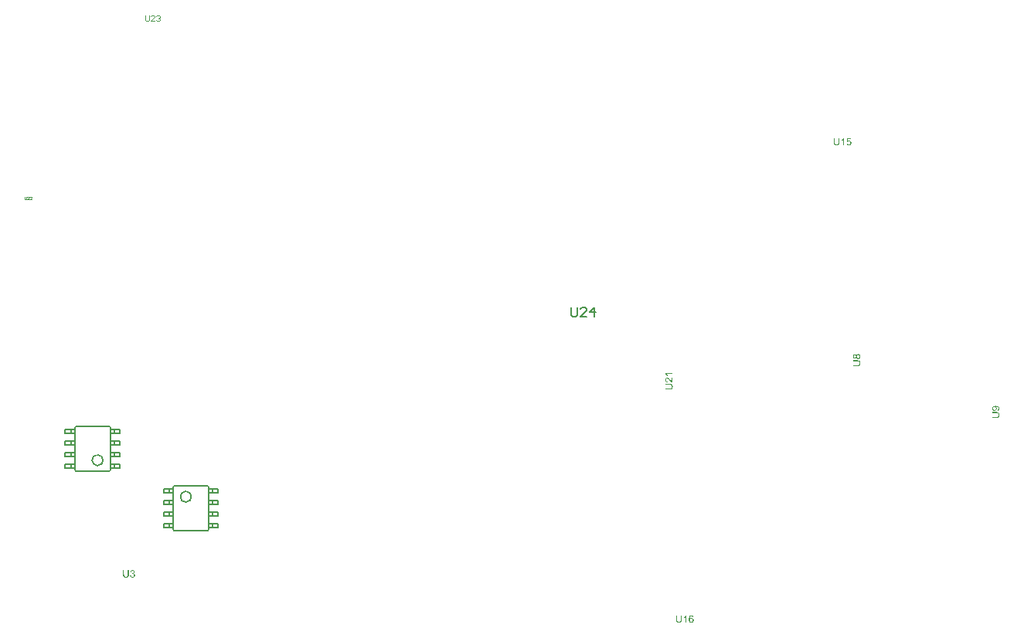
<source format=gm1>
G04*
G04 #@! TF.GenerationSoftware,Altium Limited,Altium Designer,20.1.7 (139)*
G04*
G04 Layer_Color=16711935*
%FSLAX25Y25*%
%MOIN*%
G70*
G04*
G04 #@! TF.SameCoordinates,72195594-E7F7-4266-BDA2-BCA36E094617*
G04*
G04*
G04 #@! TF.FilePolarity,Positive*
G04*
G01*
G75*
%ADD135C,0.00500*%
%ADD136C,0.00700*%
%ADD137C,0.00197*%
%ADD138C,0.00394*%
G36*
X178605Y201206D02*
X178628D01*
X178656Y201202D01*
X178686Y201199D01*
X178718Y201195D01*
X178755Y201188D01*
X178792Y201181D01*
X178873Y201160D01*
X178917Y201149D01*
X178958Y201132D01*
X179000Y201116D01*
X179042Y201095D01*
X179044Y201093D01*
X179051Y201091D01*
X179062Y201084D01*
X179078Y201075D01*
X179097Y201063D01*
X179118Y201049D01*
X179141Y201033D01*
X179166Y201015D01*
X179222Y200971D01*
X179277Y200918D01*
X179330Y200857D01*
X179356Y200823D01*
X179379Y200788D01*
X179381Y200786D01*
X179383Y200779D01*
X179390Y200770D01*
X179397Y200753D01*
X179406Y200737D01*
X179416Y200714D01*
X179427Y200691D01*
X179439Y200663D01*
X179448Y200633D01*
X179460Y200603D01*
X179478Y200534D01*
X179492Y200458D01*
X179494Y200419D01*
X179497Y200377D01*
Y200375D01*
Y200368D01*
Y200356D01*
X179494Y200342D01*
Y200324D01*
X179490Y200303D01*
X179487Y200278D01*
X179483Y200252D01*
X179469Y200192D01*
X179448Y200130D01*
X179437Y200097D01*
X179420Y200063D01*
X179404Y200030D01*
X179383Y199998D01*
X179381Y199996D01*
X179379Y199991D01*
X179372Y199982D01*
X179363Y199970D01*
X179351Y199957D01*
X179337Y199940D01*
X179321Y199922D01*
X179300Y199901D01*
X179279Y199880D01*
X179254Y199859D01*
X179229Y199836D01*
X179199Y199813D01*
X179166Y199793D01*
X179132Y199769D01*
X179095Y199749D01*
X179055Y199730D01*
X179058D01*
X179067Y199728D01*
X179083Y199723D01*
X179102Y199716D01*
X179127Y199709D01*
X179155Y199698D01*
X179185Y199686D01*
X179217Y199670D01*
X179252Y199654D01*
X179289Y199633D01*
X179326Y199612D01*
X179363Y199587D01*
X179397Y199559D01*
X179432Y199529D01*
X179466Y199495D01*
X179497Y199458D01*
X179499Y199455D01*
X179504Y199448D01*
X179510Y199437D01*
X179522Y199421D01*
X179534Y199400D01*
X179547Y199377D01*
X179561Y199349D01*
X179575Y199317D01*
X179589Y199280D01*
X179605Y199241D01*
X179617Y199199D01*
X179628Y199153D01*
X179640Y199104D01*
X179647Y199053D01*
X179651Y199000D01*
X179654Y198942D01*
Y198938D01*
Y198924D01*
X179651Y198901D01*
X179649Y198873D01*
X179644Y198836D01*
X179637Y198795D01*
X179628Y198748D01*
X179614Y198698D01*
X179598Y198642D01*
X179580Y198587D01*
X179554Y198527D01*
X179524Y198467D01*
X179490Y198407D01*
X179448Y198346D01*
X179400Y198289D01*
X179346Y198233D01*
X179342Y198231D01*
X179332Y198222D01*
X179316Y198206D01*
X179291Y198187D01*
X179261Y198166D01*
X179226Y198141D01*
X179182Y198116D01*
X179136Y198088D01*
X179083Y198060D01*
X179023Y198035D01*
X178961Y198009D01*
X178891Y197988D01*
X178820Y197970D01*
X178741Y197954D01*
X178660Y197945D01*
X178575Y197942D01*
X178556D01*
X178533Y197945D01*
X178506Y197947D01*
X178469Y197949D01*
X178427Y197956D01*
X178381Y197963D01*
X178330Y197975D01*
X178277Y197986D01*
X178219Y198002D01*
X178161Y198023D01*
X178101Y198048D01*
X178044Y198076D01*
X177986Y198109D01*
X177928Y198148D01*
X177875Y198192D01*
X177873Y198194D01*
X177863Y198203D01*
X177849Y198217D01*
X177831Y198238D01*
X177810Y198263D01*
X177785Y198293D01*
X177759Y198328D01*
X177732Y198367D01*
X177704Y198411D01*
X177676Y198462D01*
X177651Y198515D01*
X177625Y198573D01*
X177605Y198635D01*
X177584Y198700D01*
X177570Y198769D01*
X177561Y198843D01*
X177954Y198896D01*
Y198892D01*
X177956Y198882D01*
X177960Y198864D01*
X177967Y198841D01*
X177974Y198813D01*
X177983Y198783D01*
X177995Y198748D01*
X178007Y198712D01*
X178039Y198631D01*
X178078Y198552D01*
X178101Y198513D01*
X178127Y198476D01*
X178152Y198443D01*
X178182Y198414D01*
X178184Y198411D01*
X178189Y198407D01*
X178198Y198400D01*
X178212Y198390D01*
X178226Y198379D01*
X178247Y198367D01*
X178268Y198353D01*
X178293Y198342D01*
X178321Y198328D01*
X178351Y198314D01*
X178383Y198303D01*
X178418Y198291D01*
X178455Y198282D01*
X178494Y198275D01*
X178533Y198270D01*
X178577Y198268D01*
X178589D01*
X178605Y198270D01*
X178623D01*
X178649Y198275D01*
X178676Y198277D01*
X178707Y198284D01*
X178741Y198291D01*
X178776Y198303D01*
X178815Y198314D01*
X178854Y198330D01*
X178894Y198349D01*
X178933Y198372D01*
X178972Y198397D01*
X179009Y198425D01*
X179046Y198460D01*
X179048Y198462D01*
X179055Y198469D01*
X179065Y198478D01*
X179076Y198494D01*
X179090Y198513D01*
X179106Y198536D01*
X179125Y198561D01*
X179143Y198591D01*
X179159Y198624D01*
X179178Y198661D01*
X179194Y198698D01*
X179208Y198741D01*
X179219Y198785D01*
X179229Y198832D01*
X179235Y198882D01*
X179238Y198933D01*
Y198935D01*
Y198945D01*
Y198959D01*
X179235Y198979D01*
X179233Y199000D01*
X179229Y199028D01*
X179224Y199058D01*
X179215Y199090D01*
X179206Y199125D01*
X179194Y199162D01*
X179180Y199199D01*
X179164Y199236D01*
X179143Y199273D01*
X179118Y199310D01*
X179092Y199344D01*
X179060Y199379D01*
X179058Y199381D01*
X179053Y199386D01*
X179042Y199395D01*
X179028Y199407D01*
X179011Y199421D01*
X178991Y199434D01*
X178965Y199451D01*
X178937Y199467D01*
X178908Y199483D01*
X178873Y199499D01*
X178836Y199513D01*
X178797Y199527D01*
X178755Y199539D01*
X178709Y199548D01*
X178663Y199552D01*
X178612Y199555D01*
X178591D01*
X178568Y199552D01*
X178536Y199550D01*
X178494Y199545D01*
X178448Y199536D01*
X178395Y199527D01*
X178335Y199513D01*
X178378Y199857D01*
X178385D01*
X178392Y199855D01*
X178402D01*
X178422Y199853D01*
X178466D01*
X178482Y199855D01*
X178506Y199857D01*
X178531Y199859D01*
X178559Y199864D01*
X178591Y199869D01*
X178626Y199876D01*
X178660Y199885D01*
X178737Y199908D01*
X178776Y199922D01*
X178815Y199940D01*
X178854Y199959D01*
X178891Y199982D01*
X178894Y199984D01*
X178901Y199989D01*
X178910Y199996D01*
X178924Y200007D01*
X178937Y200021D01*
X178956Y200037D01*
X178972Y200058D01*
X178993Y200081D01*
X179011Y200109D01*
X179030Y200139D01*
X179046Y200171D01*
X179060Y200208D01*
X179074Y200248D01*
X179083Y200291D01*
X179090Y200338D01*
X179092Y200386D01*
Y200389D01*
Y200395D01*
Y200407D01*
X179090Y200423D01*
X179088Y200439D01*
X179085Y200463D01*
X179081Y200486D01*
X179074Y200511D01*
X179055Y200566D01*
X179044Y200596D01*
X179030Y200626D01*
X179014Y200657D01*
X178993Y200687D01*
X178970Y200714D01*
X178945Y200742D01*
X178942Y200744D01*
X178937Y200749D01*
X178931Y200756D01*
X178919Y200765D01*
X178903Y200774D01*
X178887Y200788D01*
X178866Y200800D01*
X178843Y200814D01*
X178817Y200827D01*
X178790Y200839D01*
X178757Y200853D01*
X178725Y200862D01*
X178688Y200871D01*
X178651Y200878D01*
X178610Y200883D01*
X178568Y200885D01*
X178545D01*
X178531Y200883D01*
X178510Y200881D01*
X178487Y200878D01*
X178462Y200874D01*
X178434Y200867D01*
X178374Y200851D01*
X178344Y200839D01*
X178312Y200823D01*
X178279Y200807D01*
X178247Y200788D01*
X178217Y200765D01*
X178187Y200740D01*
X178184Y200737D01*
X178180Y200733D01*
X178173Y200724D01*
X178161Y200712D01*
X178150Y200698D01*
X178136Y200680D01*
X178122Y200657D01*
X178106Y200633D01*
X178090Y200603D01*
X178074Y200571D01*
X178055Y200536D01*
X178041Y200497D01*
X178025Y200455D01*
X178014Y200412D01*
X178002Y200363D01*
X177993Y200310D01*
X177600Y200379D01*
Y200382D01*
Y200384D01*
X177605Y200398D01*
X177609Y200416D01*
X177616Y200444D01*
X177625Y200479D01*
X177637Y200516D01*
X177651Y200557D01*
X177667Y200603D01*
X177688Y200652D01*
X177711Y200703D01*
X177739Y200753D01*
X177769Y200804D01*
X177801Y200855D01*
X177838Y200904D01*
X177880Y200950D01*
X177926Y200992D01*
X177928Y200994D01*
X177937Y201001D01*
X177951Y201012D01*
X177972Y201026D01*
X177997Y201042D01*
X178027Y201061D01*
X178062Y201079D01*
X178101Y201100D01*
X178145Y201121D01*
X178194Y201139D01*
X178244Y201158D01*
X178300Y201174D01*
X178360Y201188D01*
X178425Y201199D01*
X178492Y201206D01*
X178561Y201209D01*
X178586D01*
X178605Y201206D01*
D02*
G37*
G36*
X177013Y199349D02*
Y199347D01*
Y199344D01*
Y199337D01*
Y199328D01*
Y199317D01*
Y199303D01*
X177011Y199270D01*
Y199229D01*
X177009Y199183D01*
X177004Y199130D01*
X176999Y199074D01*
X176992Y199014D01*
X176986Y198952D01*
X176967Y198825D01*
X176953Y198760D01*
X176939Y198700D01*
X176921Y198640D01*
X176902Y198584D01*
X176900Y198582D01*
X176898Y198573D01*
X176891Y198557D01*
X176882Y198538D01*
X176868Y198513D01*
X176854Y198485D01*
X176835Y198455D01*
X176812Y198420D01*
X176787Y198383D01*
X176759Y198346D01*
X176727Y198310D01*
X176690Y198270D01*
X176651Y198231D01*
X176609Y198194D01*
X176560Y198157D01*
X176510Y198122D01*
X176507Y198120D01*
X176496Y198116D01*
X176480Y198106D01*
X176459Y198095D01*
X176429Y198081D01*
X176397Y198067D01*
X176355Y198051D01*
X176311Y198035D01*
X176258Y198019D01*
X176202Y198002D01*
X176142Y197988D01*
X176075Y197975D01*
X176004Y197963D01*
X175928Y197954D01*
X175849Y197949D01*
X175764Y197947D01*
X175720D01*
X175690Y197949D01*
X175650Y197951D01*
X175607Y197956D01*
X175556Y197961D01*
X175503Y197965D01*
X175445Y197975D01*
X175385Y197984D01*
X175325Y197998D01*
X175262Y198012D01*
X175202Y198030D01*
X175140Y198051D01*
X175082Y198074D01*
X175027Y198102D01*
X175024Y198104D01*
X175015Y198109D01*
X174999Y198118D01*
X174980Y198129D01*
X174957Y198145D01*
X174930Y198166D01*
X174902Y198189D01*
X174870Y198215D01*
X174837Y198245D01*
X174803Y198280D01*
X174768Y198314D01*
X174736Y198356D01*
X174703Y198397D01*
X174673Y198446D01*
X174645Y198494D01*
X174620Y198547D01*
X174618Y198552D01*
X174616Y198561D01*
X174609Y198577D01*
X174602Y198601D01*
X174592Y198631D01*
X174583Y198668D01*
X174572Y198709D01*
X174560Y198758D01*
X174548Y198813D01*
X174537Y198873D01*
X174528Y198938D01*
X174519Y199010D01*
X174512Y199086D01*
X174505Y199169D01*
X174502Y199257D01*
X174500Y199349D01*
Y201197D01*
X174923D01*
Y199351D01*
Y199347D01*
Y199333D01*
Y199312D01*
X174925Y199284D01*
Y199250D01*
X174927Y199210D01*
X174930Y199167D01*
X174932Y199118D01*
X174937Y199069D01*
X174941Y199019D01*
X174955Y198917D01*
X174964Y198869D01*
X174974Y198820D01*
X174985Y198776D01*
X174999Y198737D01*
Y198735D01*
X175004Y198728D01*
X175008Y198718D01*
X175015Y198705D01*
X175022Y198688D01*
X175034Y198670D01*
X175061Y198626D01*
X175098Y198577D01*
X175119Y198552D01*
X175145Y198527D01*
X175170Y198501D01*
X175200Y198478D01*
X175230Y198455D01*
X175265Y198434D01*
X175267D01*
X175274Y198430D01*
X175283Y198425D01*
X175299Y198418D01*
X175318Y198409D01*
X175338Y198400D01*
X175364Y198390D01*
X175394Y198381D01*
X175426Y198372D01*
X175461Y198363D01*
X175498Y198353D01*
X175540Y198344D01*
X175583Y198337D01*
X175630Y198333D01*
X175676Y198330D01*
X175727Y198328D01*
X175747D01*
X175770Y198330D01*
X175803D01*
X175842Y198335D01*
X175884Y198340D01*
X175932Y198346D01*
X175985Y198353D01*
X176039Y198365D01*
X176094Y198379D01*
X176149Y198397D01*
X176205Y198416D01*
X176258Y198441D01*
X176306Y198469D01*
X176353Y198501D01*
X176392Y198538D01*
X176394Y198540D01*
X176401Y198547D01*
X176410Y198561D01*
X176422Y198580D01*
X176438Y198605D01*
X176454Y198638D01*
X176473Y198674D01*
X176491Y198721D01*
X176510Y198772D01*
X176528Y198829D01*
X176544Y198896D01*
X176560Y198970D01*
X176572Y199053D01*
X176581Y199144D01*
X176588Y199243D01*
X176591Y199351D01*
Y201197D01*
X177013D01*
Y199349D01*
D02*
G37*
G36*
X483513Y385849D02*
Y385847D01*
Y385844D01*
Y385838D01*
Y385828D01*
Y385817D01*
Y385803D01*
X483511Y385771D01*
Y385729D01*
X483509Y385683D01*
X483504Y385630D01*
X483499Y385574D01*
X483493Y385514D01*
X483486Y385452D01*
X483467Y385325D01*
X483453Y385260D01*
X483439Y385200D01*
X483421Y385140D01*
X483402Y385084D01*
X483400Y385082D01*
X483398Y385073D01*
X483391Y385057D01*
X483382Y385038D01*
X483368Y385013D01*
X483354Y384985D01*
X483335Y384955D01*
X483312Y384920D01*
X483287Y384883D01*
X483259Y384846D01*
X483227Y384809D01*
X483190Y384770D01*
X483151Y384731D01*
X483109Y384694D01*
X483061Y384657D01*
X483010Y384622D01*
X483007Y384620D01*
X482996Y384615D01*
X482980Y384606D01*
X482959Y384595D01*
X482929Y384581D01*
X482897Y384567D01*
X482855Y384551D01*
X482811Y384535D01*
X482758Y384519D01*
X482702Y384502D01*
X482642Y384489D01*
X482575Y384475D01*
X482504Y384463D01*
X482428Y384454D01*
X482349Y384449D01*
X482264Y384447D01*
X482220D01*
X482190Y384449D01*
X482150Y384452D01*
X482106Y384456D01*
X482056Y384461D01*
X482002Y384465D01*
X481945Y384475D01*
X481885Y384484D01*
X481825Y384498D01*
X481762Y384511D01*
X481702Y384530D01*
X481640Y384551D01*
X481582Y384574D01*
X481527Y384602D01*
X481524Y384604D01*
X481515Y384609D01*
X481499Y384618D01*
X481481Y384629D01*
X481457Y384646D01*
X481430Y384666D01*
X481402Y384689D01*
X481370Y384715D01*
X481337Y384745D01*
X481303Y384780D01*
X481268Y384814D01*
X481236Y384856D01*
X481203Y384897D01*
X481173Y384946D01*
X481145Y384994D01*
X481120Y385048D01*
X481118Y385052D01*
X481115Y385061D01*
X481109Y385078D01*
X481102Y385101D01*
X481092Y385131D01*
X481083Y385168D01*
X481072Y385209D01*
X481060Y385258D01*
X481048Y385313D01*
X481037Y385373D01*
X481028Y385438D01*
X481018Y385509D01*
X481011Y385586D01*
X481005Y385669D01*
X481002Y385757D01*
X481000Y385849D01*
Y387697D01*
X481423D01*
Y385851D01*
Y385847D01*
Y385833D01*
Y385812D01*
X481425Y385784D01*
Y385750D01*
X481427Y385710D01*
X481430Y385667D01*
X481432Y385618D01*
X481437Y385570D01*
X481441Y385519D01*
X481455Y385417D01*
X481464Y385369D01*
X481473Y385320D01*
X481485Y385276D01*
X481499Y385237D01*
Y385235D01*
X481504Y385228D01*
X481508Y385218D01*
X481515Y385205D01*
X481522Y385188D01*
X481534Y385170D01*
X481561Y385126D01*
X481598Y385078D01*
X481619Y385052D01*
X481644Y385027D01*
X481670Y385001D01*
X481700Y384978D01*
X481730Y384955D01*
X481765Y384934D01*
X481767D01*
X481774Y384930D01*
X481783Y384925D01*
X481799Y384918D01*
X481818Y384909D01*
X481839Y384900D01*
X481864Y384890D01*
X481894Y384881D01*
X481926Y384872D01*
X481961Y384863D01*
X481998Y384853D01*
X482039Y384844D01*
X482083Y384837D01*
X482130Y384833D01*
X482176Y384830D01*
X482227Y384828D01*
X482247D01*
X482270Y384830D01*
X482303D01*
X482342Y384835D01*
X482384Y384840D01*
X482432Y384846D01*
X482485Y384853D01*
X482539Y384865D01*
X482594Y384879D01*
X482649Y384897D01*
X482705Y384916D01*
X482758Y384941D01*
X482806Y384969D01*
X482853Y385001D01*
X482892Y385038D01*
X482894Y385040D01*
X482901Y385048D01*
X482910Y385061D01*
X482922Y385080D01*
X482938Y385105D01*
X482954Y385138D01*
X482973Y385174D01*
X482991Y385221D01*
X483010Y385272D01*
X483028Y385329D01*
X483044Y385396D01*
X483061Y385470D01*
X483072Y385553D01*
X483081Y385643D01*
X483088Y385743D01*
X483090Y385851D01*
Y387697D01*
X483513D01*
Y385849D01*
D02*
G37*
G36*
X488512Y387281D02*
X487232D01*
X487061Y386420D01*
X487064Y386422D01*
X487075Y386429D01*
X487089Y386438D01*
X487112Y386452D01*
X487138Y386466D01*
X487168Y386484D01*
X487205Y386501D01*
X487244Y386521D01*
X487288Y386540D01*
X487334Y386558D01*
X487385Y386574D01*
X487436Y386588D01*
X487491Y386602D01*
X487546Y386611D01*
X487607Y386618D01*
X487664Y386621D01*
X487683D01*
X487706Y386618D01*
X487734Y386616D01*
X487771Y386611D01*
X487812Y386604D01*
X487861Y386595D01*
X487912Y386584D01*
X487965Y386570D01*
X488022Y386549D01*
X488080Y386526D01*
X488140Y386498D01*
X488200Y386463D01*
X488260Y386426D01*
X488318Y386380D01*
X488374Y386330D01*
X488376Y386327D01*
X488385Y386316D01*
X488401Y386299D01*
X488420Y386276D01*
X488441Y386249D01*
X488466Y386214D01*
X488491Y386172D01*
X488519Y386126D01*
X488545Y386075D01*
X488570Y386020D01*
X488595Y385958D01*
X488618Y385893D01*
X488635Y385821D01*
X488651Y385745D01*
X488660Y385667D01*
X488662Y385583D01*
Y385581D01*
Y385579D01*
Y385572D01*
Y385565D01*
X488660Y385542D01*
X488658Y385512D01*
X488655Y385472D01*
X488648Y385429D01*
X488642Y385380D01*
X488630Y385327D01*
X488616Y385269D01*
X488600Y385209D01*
X488579Y385147D01*
X488556Y385084D01*
X488526Y385020D01*
X488491Y384957D01*
X488452Y384895D01*
X488408Y384835D01*
X488404Y384830D01*
X488394Y384819D01*
X488376Y384800D01*
X488353Y384775D01*
X488320Y384745D01*
X488283Y384713D01*
X488239Y384678D01*
X488189Y384641D01*
X488131Y384604D01*
X488069Y384569D01*
X487999Y384537D01*
X487923Y384507D01*
X487842Y384484D01*
X487757Y384463D01*
X487664Y384452D01*
X487567Y384447D01*
X487549D01*
X487526Y384449D01*
X487496Y384452D01*
X487459Y384454D01*
X487415Y384461D01*
X487366Y384468D01*
X487316Y384477D01*
X487260Y384491D01*
X487202Y384507D01*
X487142Y384525D01*
X487082Y384548D01*
X487024Y384576D01*
X486964Y384609D01*
X486909Y384648D01*
X486856Y384689D01*
X486854Y384692D01*
X486844Y384701D01*
X486830Y384715D01*
X486812Y384733D01*
X486791Y384759D01*
X486766Y384789D01*
X486740Y384823D01*
X486713Y384863D01*
X486685Y384907D01*
X486659Y384955D01*
X486632Y385008D01*
X486606Y385066D01*
X486586Y385128D01*
X486567Y385195D01*
X486551Y385265D01*
X486542Y385338D01*
X486953Y385373D01*
Y385371D01*
X486955Y385359D01*
X486958Y385346D01*
X486962Y385325D01*
X486969Y385299D01*
X486976Y385269D01*
X486985Y385237D01*
X486997Y385202D01*
X487024Y385131D01*
X487041Y385091D01*
X487059Y385054D01*
X487082Y385017D01*
X487105Y384983D01*
X487133Y384950D01*
X487163Y384920D01*
X487165Y384918D01*
X487170Y384913D01*
X487179Y384907D01*
X487193Y384897D01*
X487209Y384886D01*
X487230Y384872D01*
X487251Y384860D01*
X487276Y384846D01*
X487304Y384830D01*
X487336Y384819D01*
X487369Y384805D01*
X487406Y384793D01*
X487443Y384784D01*
X487482Y384777D01*
X487523Y384773D01*
X487567Y384770D01*
X487581D01*
X487595Y384773D01*
X487616D01*
X487639Y384777D01*
X487669Y384782D01*
X487701Y384789D01*
X487736Y384798D01*
X487773Y384807D01*
X487812Y384821D01*
X487851Y384840D01*
X487893Y384860D01*
X487932Y384883D01*
X487974Y384913D01*
X488013Y384946D01*
X488050Y384983D01*
X488052Y384985D01*
X488059Y384992D01*
X488069Y385006D01*
X488080Y385022D01*
X488096Y385043D01*
X488112Y385068D01*
X488131Y385098D01*
X488149Y385133D01*
X488166Y385172D01*
X488184Y385214D01*
X488200Y385260D01*
X488216Y385311D01*
X488228Y385366D01*
X488237Y385424D01*
X488244Y385484D01*
X488246Y385549D01*
Y385553D01*
Y385563D01*
X488244Y385581D01*
Y385604D01*
X488242Y385632D01*
X488237Y385667D01*
X488230Y385701D01*
X488223Y385743D01*
X488212Y385784D01*
X488200Y385826D01*
X488184Y385870D01*
X488166Y385916D01*
X488145Y385960D01*
X488119Y386001D01*
X488089Y386043D01*
X488057Y386080D01*
X488055Y386082D01*
X488048Y386089D01*
X488039Y386099D01*
X488022Y386110D01*
X488004Y386126D01*
X487981Y386142D01*
X487955Y386159D01*
X487925Y386177D01*
X487891Y386195D01*
X487854Y386212D01*
X487815Y386230D01*
X487771Y386244D01*
X487722Y386256D01*
X487671Y386265D01*
X487618Y386272D01*
X487563Y386274D01*
X487544D01*
X487530Y386272D01*
X487514D01*
X487493Y386269D01*
X487473Y386267D01*
X487447Y386262D01*
X487394Y386253D01*
X487336Y386237D01*
X487276Y386216D01*
X487219Y386186D01*
X487216D01*
X487212Y386182D01*
X487205Y386177D01*
X487193Y386170D01*
X487165Y386152D01*
X487131Y386126D01*
X487094Y386094D01*
X487054Y386057D01*
X487015Y386013D01*
X486981Y385964D01*
X486611Y386013D01*
X486920Y387655D01*
X488512D01*
Y387281D01*
D02*
G37*
G36*
X485537Y384500D02*
X485144D01*
Y386999D01*
X485142Y386997D01*
X485137Y386993D01*
X485130Y386986D01*
X485119Y386976D01*
X485105Y386965D01*
X485086Y386949D01*
X485066Y386932D01*
X485045Y386914D01*
X485017Y386895D01*
X484989Y386872D01*
X484959Y386852D01*
X484927Y386826D01*
X484890Y386803D01*
X484853Y386778D01*
X484770Y386727D01*
X484768Y386724D01*
X484761Y386720D01*
X484747Y386713D01*
X484731Y386706D01*
X484712Y386695D01*
X484689Y386681D01*
X484661Y386667D01*
X484634Y386651D01*
X484569Y386618D01*
X484500Y386586D01*
X484428Y386554D01*
X484359Y386526D01*
Y386905D01*
X484363Y386907D01*
X484373Y386912D01*
X484391Y386921D01*
X484414Y386932D01*
X484442Y386946D01*
X484477Y386965D01*
X484514Y386986D01*
X484553Y387009D01*
X484597Y387036D01*
X484643Y387064D01*
X484740Y387129D01*
X484839Y387200D01*
X484934Y387279D01*
X484936Y387281D01*
X484945Y387288D01*
X484957Y387300D01*
X484973Y387316D01*
X484994Y387337D01*
X485017Y387360D01*
X485042Y387387D01*
X485070Y387415D01*
X485098Y387448D01*
X485128Y387482D01*
X485186Y387554D01*
X485239Y387630D01*
X485262Y387669D01*
X485283Y387709D01*
X485537D01*
Y384500D01*
D02*
G37*
G36*
X419708Y181706D02*
X419734D01*
X419766Y181702D01*
X419803Y181697D01*
X419844Y181690D01*
X419891Y181683D01*
X419937Y181672D01*
X419988Y181658D01*
X420039Y181639D01*
X420089Y181618D01*
X420143Y181595D01*
X420193Y181565D01*
X420242Y181533D01*
X420288Y181496D01*
X420290Y181494D01*
X420300Y181487D01*
X420311Y181473D01*
X420327Y181457D01*
X420346Y181436D01*
X420367Y181408D01*
X420390Y181378D01*
X420415Y181344D01*
X420440Y181304D01*
X420466Y181260D01*
X420491Y181212D01*
X420512Y181159D01*
X420535Y181103D01*
X420554Y181043D01*
X420568Y180979D01*
X420579Y180912D01*
X420189Y180882D01*
Y180884D01*
X420186Y180891D01*
X420184Y180905D01*
X420180Y180919D01*
X420173Y180939D01*
X420168Y180960D01*
X420149Y181011D01*
X420129Y181064D01*
X420103Y181120D01*
X420073Y181173D01*
X420057Y181196D01*
X420039Y181217D01*
X420036Y181219D01*
X420032Y181223D01*
X420022Y181233D01*
X420011Y181242D01*
X419995Y181256D01*
X419976Y181270D01*
X419955Y181286D01*
X419930Y181302D01*
X419902Y181316D01*
X419872Y181332D01*
X419842Y181346D01*
X419808Y181360D01*
X419771Y181369D01*
X419731Y181378D01*
X419690Y181383D01*
X419648Y181385D01*
X419630D01*
X419616Y181383D01*
X419600D01*
X419581Y181381D01*
X419560Y181376D01*
X419535Y181371D01*
X419484Y181360D01*
X419429Y181341D01*
X419373Y181314D01*
X419346Y181297D01*
X419318Y181279D01*
X419315Y181277D01*
X419311Y181272D01*
X419299Y181265D01*
X419288Y181254D01*
X419272Y181240D01*
X419253Y181223D01*
X419235Y181203D01*
X419212Y181180D01*
X419188Y181154D01*
X419165Y181124D01*
X419140Y181092D01*
X419117Y181057D01*
X419092Y181018D01*
X419068Y180976D01*
X419045Y180932D01*
X419025Y180886D01*
Y180884D01*
X419020Y180875D01*
X419015Y180859D01*
X419008Y180838D01*
X418999Y180812D01*
X418990Y180780D01*
X418981Y180741D01*
X418971Y180697D01*
X418962Y180648D01*
X418951Y180593D01*
X418941Y180531D01*
X418934Y180466D01*
X418927Y180394D01*
X418921Y180318D01*
X418918Y180235D01*
X418916Y180147D01*
X418918Y180149D01*
X418923Y180156D01*
X418930Y180168D01*
X418941Y180182D01*
X418955Y180200D01*
X418971Y180221D01*
X418990Y180244D01*
X419013Y180270D01*
X419036Y180295D01*
X419061Y180320D01*
X419122Y180373D01*
X419186Y180424D01*
X419223Y180447D01*
X419260Y180468D01*
X419262Y180470D01*
X419269Y180473D01*
X419281Y180477D01*
X419295Y180484D01*
X419315Y180493D01*
X419336Y180503D01*
X419362Y180512D01*
X419392Y180521D01*
X419422Y180531D01*
X419456Y180540D01*
X419528Y180558D01*
X419609Y180570D01*
X419651Y180574D01*
X419710D01*
X419731Y180572D01*
X419757Y180570D01*
X419791Y180565D01*
X419831Y180558D01*
X419875Y180549D01*
X419923Y180537D01*
X419974Y180524D01*
X420027Y180503D01*
X420083Y180480D01*
X420140Y180452D01*
X420196Y180417D01*
X420251Y180380D01*
X420306Y180334D01*
X420360Y180283D01*
X420362Y180281D01*
X420371Y180270D01*
X420385Y180253D01*
X420403Y180230D01*
X420424Y180202D01*
X420447Y180168D01*
X420473Y180129D01*
X420498Y180082D01*
X420524Y180032D01*
X420549Y179974D01*
X420572Y179914D01*
X420593Y179847D01*
X420611Y179775D01*
X420625Y179701D01*
X420635Y179620D01*
X420637Y179537D01*
Y179535D01*
Y179523D01*
Y179507D01*
X420635Y179486D01*
X420632Y179459D01*
X420630Y179429D01*
X420625Y179394D01*
X420621Y179355D01*
X420614Y179313D01*
X420605Y179269D01*
X420595Y179223D01*
X420581Y179174D01*
X420565Y179126D01*
X420549Y179077D01*
X420528Y179027D01*
X420505Y178978D01*
X420503Y178976D01*
X420498Y178967D01*
X420491Y178953D01*
X420482Y178937D01*
X420468Y178913D01*
X420452Y178888D01*
X420434Y178863D01*
X420413Y178833D01*
X420387Y178800D01*
X420362Y178768D01*
X420332Y178736D01*
X420300Y178703D01*
X420267Y178671D01*
X420230Y178639D01*
X420191Y178611D01*
X420149Y178583D01*
X420147Y178581D01*
X420140Y178576D01*
X420126Y178572D01*
X420110Y178562D01*
X420087Y178551D01*
X420062Y178539D01*
X420034Y178528D01*
X419999Y178516D01*
X419965Y178502D01*
X419925Y178491D01*
X419881Y178479D01*
X419838Y178468D01*
X419789Y178458D01*
X419741Y178454D01*
X419687Y178449D01*
X419634Y178447D01*
X419614D01*
X419602Y178449D01*
X419588D01*
X419554Y178452D01*
X419512Y178458D01*
X419463Y178465D01*
X419410Y178477D01*
X419350Y178493D01*
X419288Y178512D01*
X419223Y178535D01*
X419159Y178565D01*
X419092Y178599D01*
X419025Y178641D01*
X418958Y178689D01*
X418895Y178745D01*
X418835Y178807D01*
X418833Y178812D01*
X418821Y178823D01*
X418807Y178847D01*
X418786Y178876D01*
X418763Y178916D01*
X418750Y178939D01*
X418738Y178964D01*
X418724Y178992D01*
X418710Y179022D01*
X418694Y179057D01*
X418680Y179091D01*
X418666Y179128D01*
X418653Y179168D01*
X418636Y179211D01*
X418622Y179255D01*
X418611Y179304D01*
X418597Y179352D01*
X418586Y179405D01*
X418574Y179461D01*
X418563Y179519D01*
X418553Y179579D01*
X418546Y179641D01*
X418539Y179706D01*
X418532Y179775D01*
X418530Y179844D01*
X418526Y179918D01*
Y179995D01*
Y179997D01*
Y180006D01*
Y180018D01*
Y180036D01*
X418528Y180057D01*
Y180082D01*
X418530Y180112D01*
Y180147D01*
X418532Y180182D01*
X418537Y180223D01*
X418539Y180265D01*
X418544Y180311D01*
X418553Y180406D01*
X418569Y180510D01*
X418586Y180618D01*
X418609Y180731D01*
X418636Y180842D01*
X418669Y180953D01*
X418708Y181062D01*
X418754Y181163D01*
X418780Y181212D01*
X418807Y181256D01*
X418837Y181300D01*
X418867Y181341D01*
X418872Y181346D01*
X418881Y181358D01*
X418897Y181376D01*
X418923Y181399D01*
X418953Y181427D01*
X418988Y181457D01*
X419031Y181491D01*
X419080Y181526D01*
X419135Y181558D01*
X419195Y181593D01*
X419260Y181623D01*
X419332Y181651D01*
X419410Y181674D01*
X419491Y181692D01*
X419579Y181704D01*
X419671Y181709D01*
X419687D01*
X419708Y181706D01*
D02*
G37*
G36*
X415513Y179849D02*
Y179847D01*
Y179844D01*
Y179838D01*
Y179828D01*
Y179817D01*
Y179803D01*
X415511Y179771D01*
Y179729D01*
X415509Y179683D01*
X415504Y179630D01*
X415499Y179574D01*
X415492Y179514D01*
X415486Y179452D01*
X415467Y179325D01*
X415453Y179260D01*
X415439Y179200D01*
X415421Y179140D01*
X415402Y179084D01*
X415400Y179082D01*
X415398Y179073D01*
X415391Y179057D01*
X415382Y179038D01*
X415368Y179013D01*
X415354Y178985D01*
X415335Y178955D01*
X415312Y178920D01*
X415287Y178884D01*
X415259Y178847D01*
X415227Y178809D01*
X415190Y178770D01*
X415151Y178731D01*
X415109Y178694D01*
X415061Y178657D01*
X415010Y178622D01*
X415007Y178620D01*
X414996Y178615D01*
X414980Y178606D01*
X414959Y178595D01*
X414929Y178581D01*
X414896Y178567D01*
X414855Y178551D01*
X414811Y178535D01*
X414758Y178518D01*
X414703Y178502D01*
X414642Y178488D01*
X414575Y178475D01*
X414504Y178463D01*
X414428Y178454D01*
X414349Y178449D01*
X414264Y178447D01*
X414220D01*
X414190Y178449D01*
X414150Y178452D01*
X414107Y178456D01*
X414056Y178461D01*
X414003Y178465D01*
X413945Y178475D01*
X413885Y178484D01*
X413825Y178498D01*
X413762Y178512D01*
X413702Y178530D01*
X413640Y178551D01*
X413582Y178574D01*
X413527Y178602D01*
X413524Y178604D01*
X413515Y178609D01*
X413499Y178618D01*
X413481Y178629D01*
X413457Y178646D01*
X413430Y178666D01*
X413402Y178689D01*
X413370Y178715D01*
X413337Y178745D01*
X413303Y178779D01*
X413268Y178814D01*
X413236Y178856D01*
X413203Y178897D01*
X413173Y178946D01*
X413145Y178994D01*
X413120Y179048D01*
X413118Y179052D01*
X413116Y179061D01*
X413109Y179077D01*
X413102Y179101D01*
X413092Y179131D01*
X413083Y179168D01*
X413072Y179209D01*
X413060Y179258D01*
X413049Y179313D01*
X413037Y179373D01*
X413028Y179438D01*
X413019Y179509D01*
X413012Y179586D01*
X413005Y179669D01*
X413002Y179757D01*
X413000Y179849D01*
Y181697D01*
X413423D01*
Y179851D01*
Y179847D01*
Y179833D01*
Y179812D01*
X413425Y179784D01*
Y179750D01*
X413427Y179710D01*
X413430Y179667D01*
X413432Y179618D01*
X413437Y179569D01*
X413441Y179519D01*
X413455Y179417D01*
X413464Y179369D01*
X413474Y179320D01*
X413485Y179276D01*
X413499Y179237D01*
Y179235D01*
X413504Y179228D01*
X413508Y179218D01*
X413515Y179204D01*
X413522Y179188D01*
X413534Y179170D01*
X413561Y179126D01*
X413598Y179077D01*
X413619Y179052D01*
X413645Y179027D01*
X413670Y179001D01*
X413700Y178978D01*
X413730Y178955D01*
X413765Y178934D01*
X413767D01*
X413774Y178930D01*
X413783Y178925D01*
X413799Y178918D01*
X413818Y178909D01*
X413838Y178900D01*
X413864Y178890D01*
X413894Y178881D01*
X413926Y178872D01*
X413961Y178863D01*
X413998Y178853D01*
X414040Y178844D01*
X414083Y178837D01*
X414130Y178833D01*
X414176Y178830D01*
X414227Y178828D01*
X414247D01*
X414270Y178830D01*
X414303D01*
X414342Y178835D01*
X414384Y178840D01*
X414432Y178847D01*
X414485Y178853D01*
X414538Y178865D01*
X414594Y178879D01*
X414649Y178897D01*
X414705Y178916D01*
X414758Y178941D01*
X414806Y178969D01*
X414853Y179001D01*
X414892Y179038D01*
X414894Y179041D01*
X414901Y179048D01*
X414910Y179061D01*
X414922Y179080D01*
X414938Y179105D01*
X414954Y179138D01*
X414973Y179174D01*
X414991Y179221D01*
X415010Y179271D01*
X415028Y179329D01*
X415044Y179396D01*
X415061Y179470D01*
X415072Y179553D01*
X415081Y179643D01*
X415088Y179743D01*
X415091Y179851D01*
Y181697D01*
X415513D01*
Y179849D01*
D02*
G37*
G36*
X417537Y178500D02*
X417144D01*
Y180999D01*
X417142Y180997D01*
X417137Y180992D01*
X417130Y180986D01*
X417119Y180976D01*
X417105Y180965D01*
X417086Y180949D01*
X417066Y180932D01*
X417045Y180914D01*
X417017Y180895D01*
X416989Y180872D01*
X416959Y180852D01*
X416927Y180826D01*
X416890Y180803D01*
X416853Y180778D01*
X416770Y180727D01*
X416768Y180725D01*
X416761Y180720D01*
X416747Y180713D01*
X416731Y180706D01*
X416712Y180694D01*
X416689Y180681D01*
X416661Y180667D01*
X416634Y180651D01*
X416569Y180618D01*
X416500Y180586D01*
X416428Y180554D01*
X416359Y180526D01*
Y180905D01*
X416363Y180907D01*
X416373Y180912D01*
X416391Y180921D01*
X416414Y180932D01*
X416442Y180946D01*
X416477Y180965D01*
X416513Y180986D01*
X416553Y181009D01*
X416597Y181036D01*
X416643Y181064D01*
X416740Y181129D01*
X416839Y181200D01*
X416934Y181279D01*
X416936Y181281D01*
X416946Y181288D01*
X416957Y181300D01*
X416973Y181316D01*
X416994Y181337D01*
X417017Y181360D01*
X417042Y181387D01*
X417070Y181415D01*
X417098Y181448D01*
X417128Y181482D01*
X417186Y181554D01*
X417239Y181630D01*
X417262Y181669D01*
X417283Y181709D01*
X417537D01*
Y178500D01*
D02*
G37*
G36*
X491627Y294406D02*
X491657Y294404D01*
X491691Y294399D01*
X491731Y294392D01*
X491777Y294383D01*
X491828Y294372D01*
X491881Y294358D01*
X491936Y294337D01*
X491992Y294314D01*
X492050Y294286D01*
X492110Y294251D01*
X492165Y294215D01*
X492223Y294168D01*
X492276Y294117D01*
X492278Y294115D01*
X492287Y294104D01*
X492301Y294088D01*
X492320Y294064D01*
X492341Y294037D01*
X492364Y294000D01*
X492389Y293960D01*
X492415Y293914D01*
X492440Y293861D01*
X492465Y293803D01*
X492488Y293741D01*
X492509Y293674D01*
X492528Y293600D01*
X492542Y293524D01*
X492551Y293441D01*
X492553Y293355D01*
Y293334D01*
X492551Y293309D01*
X492549Y293277D01*
X492544Y293237D01*
X492539Y293191D01*
X492530Y293138D01*
X492519Y293083D01*
X492502Y293023D01*
X492484Y292960D01*
X492463Y292898D01*
X492435Y292833D01*
X492403Y292769D01*
X492366Y292706D01*
X492322Y292648D01*
X492274Y292591D01*
X492271Y292588D01*
X492260Y292579D01*
X492246Y292563D01*
X492223Y292547D01*
X492195Y292524D01*
X492163Y292498D01*
X492126Y292473D01*
X492082Y292447D01*
X492033Y292420D01*
X491980Y292394D01*
X491923Y292369D01*
X491862Y292348D01*
X491795Y292330D01*
X491726Y292313D01*
X491652Y292304D01*
X491576Y292302D01*
X491571D01*
X491562D01*
X491546D01*
X491523Y292304D01*
X491498Y292306D01*
X491465Y292311D01*
X491431Y292316D01*
X491394Y292323D01*
X491354Y292330D01*
X491310Y292341D01*
X491269Y292353D01*
X491225Y292369D01*
X491181Y292387D01*
X491137Y292408D01*
X491095Y292431D01*
X491054Y292459D01*
X491052Y292461D01*
X491045Y292466D01*
X491033Y292475D01*
X491019Y292489D01*
X491003Y292505D01*
X490982Y292526D01*
X490962Y292549D01*
X490938Y292574D01*
X490915Y292607D01*
X490892Y292639D01*
X490867Y292676D01*
X490844Y292718D01*
X490823Y292761D01*
X490802Y292808D01*
X490784Y292859D01*
X490767Y292912D01*
Y292909D01*
X490763Y292900D01*
X490758Y292889D01*
X490751Y292872D01*
X490742Y292852D01*
X490730Y292828D01*
X490717Y292803D01*
X490703Y292775D01*
X490666Y292715D01*
X490622Y292655D01*
X490571Y292598D01*
X490543Y292572D01*
X490513Y292549D01*
X490511Y292547D01*
X490507Y292544D01*
X490497Y292537D01*
X490483Y292530D01*
X490467Y292521D01*
X490449Y292512D01*
X490426Y292500D01*
X490400Y292491D01*
X490373Y292480D01*
X490343Y292468D01*
X490310Y292459D01*
X490275Y292450D01*
X490199Y292436D01*
X490158Y292434D01*
X490116Y292431D01*
X490111D01*
X490100D01*
X490081Y292434D01*
X490058Y292436D01*
X490028Y292438D01*
X489994Y292445D01*
X489954Y292452D01*
X489913Y292463D01*
X489867Y292475D01*
X489820Y292491D01*
X489772Y292512D01*
X489721Y292537D01*
X489673Y292565D01*
X489622Y292598D01*
X489575Y292637D01*
X489529Y292681D01*
X489527Y292683D01*
X489520Y292692D01*
X489506Y292706D01*
X489492Y292727D01*
X489474Y292752D01*
X489453Y292782D01*
X489432Y292817D01*
X489409Y292859D01*
X489388Y292902D01*
X489368Y292953D01*
X489347Y293009D01*
X489328Y293069D01*
X489312Y293131D01*
X489301Y293200D01*
X489294Y293272D01*
X489291Y293348D01*
Y293367D01*
X489294Y293388D01*
X489296Y293418D01*
X489298Y293452D01*
X489305Y293494D01*
X489312Y293540D01*
X489321Y293588D01*
X489335Y293642D01*
X489352Y293697D01*
X489370Y293753D01*
X489395Y293808D01*
X489423Y293863D01*
X489455Y293919D01*
X489492Y293972D01*
X489536Y294021D01*
X489539Y294023D01*
X489548Y294032D01*
X489562Y294044D01*
X489580Y294060D01*
X489603Y294080D01*
X489631Y294101D01*
X489663Y294124D01*
X489700Y294150D01*
X489742Y294173D01*
X489788Y294196D01*
X489837Y294217D01*
X489887Y294238D01*
X489943Y294254D01*
X490003Y294265D01*
X490063Y294275D01*
X490128Y294277D01*
X490130D01*
X490137D01*
X490148D01*
X490165Y294275D01*
X490183Y294272D01*
X490206Y294270D01*
X490232Y294268D01*
X490259Y294263D01*
X490319Y294249D01*
X490384Y294228D01*
X490416Y294215D01*
X490449Y294198D01*
X490481Y294180D01*
X490513Y294159D01*
X490516Y294157D01*
X490520Y294155D01*
X490530Y294147D01*
X490541Y294136D01*
X490555Y294124D01*
X490569Y294108D01*
X490587Y294092D01*
X490606Y294071D01*
X490627Y294046D01*
X490647Y294021D01*
X490668Y293990D01*
X490689Y293960D01*
X490710Y293923D01*
X490730Y293886D01*
X490749Y293847D01*
X490767Y293803D01*
Y293806D01*
X490772Y293817D01*
X490777Y293831D01*
X490786Y293852D01*
X490795Y293877D01*
X490809Y293905D01*
X490823Y293937D01*
X490841Y293970D01*
X490862Y294007D01*
X490885Y294044D01*
X490911Y294080D01*
X490938Y294117D01*
X490969Y294155D01*
X491003Y294189D01*
X491038Y294224D01*
X491077Y294254D01*
X491079Y294256D01*
X491086Y294261D01*
X491098Y294268D01*
X491114Y294279D01*
X491135Y294291D01*
X491160Y294302D01*
X491188Y294316D01*
X491220Y294332D01*
X491257Y294346D01*
X491294Y294360D01*
X491338Y294372D01*
X491382Y294386D01*
X491431Y294395D01*
X491479Y294402D01*
X491532Y294406D01*
X491588Y294409D01*
X491592D01*
X491606D01*
X491627Y294406D01*
D02*
G37*
G36*
X491229Y291759D02*
X491271D01*
X491317Y291757D01*
X491370Y291752D01*
X491426Y291747D01*
X491486Y291740D01*
X491548Y291734D01*
X491675Y291715D01*
X491740Y291701D01*
X491800Y291687D01*
X491860Y291669D01*
X491916Y291650D01*
X491918Y291648D01*
X491927Y291646D01*
X491943Y291639D01*
X491962Y291630D01*
X491987Y291616D01*
X492015Y291602D01*
X492045Y291583D01*
X492080Y291560D01*
X492116Y291535D01*
X492154Y291507D01*
X492191Y291475D01*
X492230Y291438D01*
X492269Y291399D01*
X492306Y291357D01*
X492343Y291309D01*
X492378Y291258D01*
X492380Y291255D01*
X492384Y291244D01*
X492394Y291228D01*
X492405Y291207D01*
X492419Y291177D01*
X492433Y291144D01*
X492449Y291103D01*
X492465Y291059D01*
X492482Y291006D01*
X492498Y290950D01*
X492512Y290890D01*
X492525Y290824D01*
X492537Y290752D01*
X492546Y290676D01*
X492551Y290597D01*
X492553Y290512D01*
Y290468D01*
X492551Y290438D01*
X492549Y290398D01*
X492544Y290354D01*
X492539Y290304D01*
X492535Y290251D01*
X492525Y290193D01*
X492516Y290133D01*
X492502Y290073D01*
X492488Y290010D01*
X492470Y289950D01*
X492449Y289888D01*
X492426Y289830D01*
X492398Y289775D01*
X492396Y289772D01*
X492391Y289763D01*
X492382Y289747D01*
X492371Y289728D01*
X492354Y289705D01*
X492334Y289678D01*
X492311Y289650D01*
X492285Y289618D01*
X492255Y289585D01*
X492220Y289551D01*
X492186Y289516D01*
X492144Y289484D01*
X492103Y289451D01*
X492054Y289421D01*
X492006Y289394D01*
X491953Y289368D01*
X491948Y289366D01*
X491939Y289364D01*
X491923Y289357D01*
X491899Y289350D01*
X491869Y289340D01*
X491832Y289331D01*
X491791Y289320D01*
X491742Y289308D01*
X491687Y289297D01*
X491627Y289285D01*
X491562Y289276D01*
X491491Y289266D01*
X491414Y289260D01*
X491331Y289253D01*
X491243Y289250D01*
X491151Y289248D01*
X489303D01*
Y289671D01*
X491149D01*
X491153D01*
X491167D01*
X491188D01*
X491216Y289673D01*
X491250D01*
X491290Y289675D01*
X491333Y289678D01*
X491382Y289680D01*
X491431Y289685D01*
X491481Y289689D01*
X491583Y289703D01*
X491631Y289712D01*
X491680Y289722D01*
X491724Y289733D01*
X491763Y289747D01*
X491765D01*
X491772Y289752D01*
X491782Y289756D01*
X491795Y289763D01*
X491812Y289770D01*
X491830Y289782D01*
X491874Y289809D01*
X491923Y289846D01*
X491948Y289867D01*
X491973Y289893D01*
X491999Y289918D01*
X492022Y289948D01*
X492045Y289978D01*
X492066Y290013D01*
Y290015D01*
X492070Y290022D01*
X492075Y290031D01*
X492082Y290047D01*
X492091Y290066D01*
X492100Y290087D01*
X492110Y290112D01*
X492119Y290142D01*
X492128Y290174D01*
X492137Y290209D01*
X492147Y290246D01*
X492156Y290287D01*
X492163Y290331D01*
X492167Y290378D01*
X492170Y290424D01*
X492172Y290475D01*
Y290495D01*
X492170Y290518D01*
Y290551D01*
X492165Y290590D01*
X492160Y290632D01*
X492154Y290680D01*
X492147Y290733D01*
X492135Y290787D01*
X492121Y290842D01*
X492103Y290897D01*
X492084Y290953D01*
X492059Y291006D01*
X492031Y291054D01*
X491999Y291101D01*
X491962Y291140D01*
X491959Y291142D01*
X491953Y291149D01*
X491939Y291158D01*
X491920Y291170D01*
X491895Y291186D01*
X491862Y291202D01*
X491825Y291221D01*
X491779Y291239D01*
X491728Y291258D01*
X491671Y291276D01*
X491604Y291292D01*
X491530Y291309D01*
X491447Y291320D01*
X491357Y291329D01*
X491257Y291336D01*
X491149Y291339D01*
X489303D01*
Y291761D01*
X491151D01*
X491153D01*
X491156D01*
X491162D01*
X491172D01*
X491183D01*
X491197D01*
X491229Y291759D01*
D02*
G37*
G36*
X550915Y272058D02*
X550938D01*
X550964D01*
X550989Y272056D01*
X551049Y272054D01*
X551116Y272049D01*
X551188Y272044D01*
X551264Y272037D01*
X551343Y272028D01*
X551426Y272017D01*
X551507Y272005D01*
X551588Y271989D01*
X551666Y271970D01*
X551740Y271950D01*
X551812Y271927D01*
X551816Y271924D01*
X551828Y271920D01*
X551846Y271913D01*
X551872Y271901D01*
X551902Y271887D01*
X551936Y271871D01*
X551976Y271850D01*
X552017Y271827D01*
X552061Y271799D01*
X552105Y271772D01*
X552151Y271737D01*
X552197Y271703D01*
X552241Y271663D01*
X552285Y271622D01*
X552327Y271578D01*
X552364Y271529D01*
X552366Y271527D01*
X552371Y271518D01*
X552382Y271504D01*
X552394Y271483D01*
X552408Y271458D01*
X552424Y271428D01*
X552440Y271393D01*
X552458Y271354D01*
X552477Y271312D01*
X552493Y271264D01*
X552509Y271215D01*
X552523Y271160D01*
X552535Y271102D01*
X552544Y271042D01*
X552551Y270979D01*
X552553Y270915D01*
Y270899D01*
X552551Y270878D01*
Y270852D01*
X552546Y270820D01*
X552542Y270783D01*
X552535Y270742D01*
X552528Y270698D01*
X552516Y270649D01*
X552502Y270598D01*
X552486Y270548D01*
X552465Y270497D01*
X552442Y270446D01*
X552415Y270395D01*
X552382Y270346D01*
X552345Y270300D01*
X552343Y270298D01*
X552336Y270291D01*
X552324Y270277D01*
X552306Y270263D01*
X552285Y270245D01*
X552260Y270222D01*
X552230Y270199D01*
X552193Y270176D01*
X552153Y270150D01*
X552110Y270127D01*
X552063Y270102D01*
X552010Y270081D01*
X551953Y270060D01*
X551893Y270042D01*
X551828Y270028D01*
X551758Y270016D01*
X551724Y270393D01*
X551726D01*
X551735Y270395D01*
X551749Y270397D01*
X551768Y270402D01*
X551789Y270407D01*
X551814Y270413D01*
X551844Y270423D01*
X551872Y270432D01*
X551936Y270457D01*
X552001Y270490D01*
X552061Y270529D01*
X552089Y270550D01*
X552112Y270575D01*
X552114Y270578D01*
X552116Y270582D01*
X552123Y270589D01*
X552130Y270601D01*
X552140Y270612D01*
X552149Y270628D01*
X552160Y270649D01*
X552170Y270670D01*
X552181Y270693D01*
X552193Y270721D01*
X552211Y270778D01*
X552225Y270846D01*
X552227Y270882D01*
X552230Y270922D01*
Y270940D01*
X552227Y270952D01*
Y270968D01*
X552225Y270986D01*
X552220Y271030D01*
X552209Y271079D01*
X552195Y271134D01*
X552177Y271187D01*
X552149Y271240D01*
Y271243D01*
X552144Y271247D01*
X552140Y271254D01*
X552133Y271264D01*
X552114Y271289D01*
X552089Y271319D01*
X552059Y271354D01*
X552020Y271391D01*
X551976Y271428D01*
X551927Y271462D01*
X551925D01*
X551920Y271467D01*
X551913Y271472D01*
X551902Y271476D01*
X551888Y271485D01*
X551872Y271492D01*
X551851Y271504D01*
X551828Y271513D01*
X551802Y271525D01*
X551775Y271536D01*
X551745Y271548D01*
X551712Y271562D01*
X551675Y271573D01*
X551638Y271585D01*
X551597Y271596D01*
X551555Y271608D01*
X551553D01*
X551544Y271610D01*
X551532Y271612D01*
X551514Y271617D01*
X551493Y271622D01*
X551467Y271626D01*
X551440Y271633D01*
X551407Y271638D01*
X551373Y271642D01*
X551333Y271649D01*
X551253Y271659D01*
X551165Y271666D01*
X551075Y271668D01*
X551072D01*
X551070D01*
X551063D01*
X551056D01*
X551045D01*
X551031D01*
X551015D01*
X550996D01*
X550998Y271666D01*
X551005Y271663D01*
X551015Y271656D01*
X551028Y271647D01*
X551045Y271633D01*
X551063Y271619D01*
X551084Y271603D01*
X551105Y271582D01*
X551130Y271562D01*
X551153Y271536D01*
X551179Y271511D01*
X551204Y271481D01*
X551255Y271418D01*
X551301Y271344D01*
X551303Y271342D01*
X551306Y271335D01*
X551313Y271324D01*
X551320Y271310D01*
X551329Y271289D01*
X551338Y271268D01*
X551347Y271243D01*
X551359Y271213D01*
X551370Y271180D01*
X551380Y271148D01*
X551398Y271072D01*
X551412Y270991D01*
X551414Y270947D01*
X551417Y270903D01*
Y270885D01*
X551414Y270864D01*
X551412Y270836D01*
X551407Y270804D01*
X551400Y270762D01*
X551394Y270718D01*
X551380Y270670D01*
X551366Y270619D01*
X551347Y270564D01*
X551324Y270508D01*
X551297Y270453D01*
X551262Y270395D01*
X551225Y270340D01*
X551181Y270284D01*
X551130Y270231D01*
X551128Y270229D01*
X551116Y270219D01*
X551100Y270206D01*
X551077Y270189D01*
X551049Y270169D01*
X551015Y270146D01*
X550973Y270120D01*
X550927Y270095D01*
X550876Y270069D01*
X550818Y270044D01*
X550756Y270021D01*
X550689Y270000D01*
X550617Y269984D01*
X550539Y269970D01*
X550458Y269961D01*
X550373Y269958D01*
X550370D01*
X550368D01*
X550361D01*
X550352D01*
X550340Y269961D01*
X550326D01*
X550292Y269963D01*
X550250Y269968D01*
X550202Y269975D01*
X550148Y269982D01*
X550091Y269995D01*
X550031Y270009D01*
X549966Y270028D01*
X549901Y270051D01*
X549837Y270079D01*
X549772Y270113D01*
X549707Y270150D01*
X549647Y270194D01*
X549589Y270245D01*
X549587Y270247D01*
X549576Y270259D01*
X549562Y270275D01*
X549543Y270296D01*
X549520Y270323D01*
X549495Y270358D01*
X549467Y270397D01*
X549439Y270441D01*
X549411Y270492D01*
X549386Y270545D01*
X549361Y270605D01*
X549338Y270670D01*
X549319Y270737D01*
X549305Y270809D01*
X549294Y270885D01*
X549291Y270963D01*
Y270993D01*
X549294Y271016D01*
X549296Y271044D01*
X549301Y271076D01*
X549305Y271111D01*
X549312Y271150D01*
X549321Y271194D01*
X549333Y271238D01*
X549347Y271287D01*
X549363Y271335D01*
X549381Y271384D01*
X549405Y271434D01*
X549430Y271483D01*
X549460Y271532D01*
X549462Y271534D01*
X549467Y271543D01*
X549478Y271557D01*
X549490Y271573D01*
X549509Y271596D01*
X549529Y271622D01*
X549555Y271647D01*
X549582Y271677D01*
X549615Y271709D01*
X549652Y271742D01*
X549691Y271774D01*
X549735Y271806D01*
X549781Y271839D01*
X549830Y271869D01*
X549883Y271899D01*
X549940Y271924D01*
X549945Y271927D01*
X549954Y271931D01*
X549973Y271936D01*
X549998Y271945D01*
X550031Y271957D01*
X550070Y271968D01*
X550116Y271980D01*
X550169Y271994D01*
X550229Y272005D01*
X550296Y272017D01*
X550368Y272028D01*
X550449Y272040D01*
X550536Y272049D01*
X550629Y272054D01*
X550731Y272058D01*
X550837Y272060D01*
X550839D01*
X550844D01*
X550853D01*
X550865D01*
X550878D01*
X550894D01*
X550915Y272058D01*
D02*
G37*
G36*
X551229Y269411D02*
X551271D01*
X551317Y269409D01*
X551370Y269404D01*
X551426Y269399D01*
X551486Y269392D01*
X551548Y269386D01*
X551675Y269367D01*
X551740Y269353D01*
X551800Y269339D01*
X551860Y269321D01*
X551916Y269302D01*
X551918Y269300D01*
X551927Y269298D01*
X551943Y269291D01*
X551962Y269282D01*
X551987Y269268D01*
X552015Y269254D01*
X552045Y269235D01*
X552080Y269212D01*
X552116Y269187D01*
X552153Y269159D01*
X552190Y269127D01*
X552230Y269090D01*
X552269Y269051D01*
X552306Y269009D01*
X552343Y268960D01*
X552378Y268910D01*
X552380Y268907D01*
X552385Y268896D01*
X552394Y268880D01*
X552405Y268859D01*
X552419Y268829D01*
X552433Y268796D01*
X552449Y268755D01*
X552465Y268711D01*
X552482Y268658D01*
X552498Y268602D01*
X552512Y268542D01*
X552525Y268475D01*
X552537Y268404D01*
X552546Y268328D01*
X552551Y268249D01*
X552553Y268164D01*
Y268120D01*
X552551Y268090D01*
X552549Y268050D01*
X552544Y268006D01*
X552539Y267956D01*
X552535Y267902D01*
X552525Y267845D01*
X552516Y267785D01*
X552502Y267725D01*
X552489Y267662D01*
X552470Y267602D01*
X552449Y267540D01*
X552426Y267482D01*
X552398Y267427D01*
X552396Y267424D01*
X552391Y267415D01*
X552382Y267399D01*
X552371Y267380D01*
X552354Y267357D01*
X552334Y267330D01*
X552311Y267302D01*
X552285Y267270D01*
X552255Y267237D01*
X552220Y267203D01*
X552186Y267168D01*
X552144Y267136D01*
X552103Y267103D01*
X552054Y267073D01*
X552006Y267045D01*
X551953Y267020D01*
X551948Y267018D01*
X551939Y267016D01*
X551923Y267009D01*
X551899Y267002D01*
X551869Y266992D01*
X551832Y266983D01*
X551791Y266972D01*
X551742Y266960D01*
X551687Y266949D01*
X551627Y266937D01*
X551562Y266928D01*
X551490Y266918D01*
X551414Y266912D01*
X551331Y266905D01*
X551243Y266902D01*
X551151Y266900D01*
X549303D01*
Y267323D01*
X551149D01*
X551153D01*
X551167D01*
X551188D01*
X551216Y267325D01*
X551250D01*
X551290Y267327D01*
X551333Y267330D01*
X551382Y267332D01*
X551431Y267337D01*
X551481Y267341D01*
X551583Y267355D01*
X551631Y267364D01*
X551680Y267373D01*
X551724Y267385D01*
X551763Y267399D01*
X551765D01*
X551772Y267404D01*
X551782Y267408D01*
X551795Y267415D01*
X551812Y267422D01*
X551830Y267434D01*
X551874Y267461D01*
X551923Y267498D01*
X551948Y267519D01*
X551973Y267545D01*
X551999Y267570D01*
X552022Y267600D01*
X552045Y267630D01*
X552066Y267665D01*
Y267667D01*
X552070Y267674D01*
X552075Y267683D01*
X552082Y267699D01*
X552091Y267718D01*
X552100Y267739D01*
X552110Y267764D01*
X552119Y267794D01*
X552128Y267826D01*
X552137Y267861D01*
X552147Y267898D01*
X552156Y267939D01*
X552163Y267983D01*
X552167Y268030D01*
X552170Y268076D01*
X552172Y268127D01*
Y268147D01*
X552170Y268170D01*
Y268203D01*
X552165Y268242D01*
X552160Y268284D01*
X552153Y268332D01*
X552147Y268385D01*
X552135Y268439D01*
X552121Y268494D01*
X552103Y268549D01*
X552084Y268605D01*
X552059Y268658D01*
X552031Y268706D01*
X551999Y268753D01*
X551962Y268792D01*
X551960Y268794D01*
X551953Y268801D01*
X551939Y268810D01*
X551920Y268822D01*
X551895Y268838D01*
X551862Y268854D01*
X551826Y268873D01*
X551779Y268891D01*
X551728Y268910D01*
X551671Y268928D01*
X551604Y268944D01*
X551530Y268960D01*
X551447Y268972D01*
X551357Y268981D01*
X551257Y268988D01*
X551149Y268990D01*
X549303D01*
Y269413D01*
X551151D01*
X551153D01*
X551156D01*
X551162D01*
X551172D01*
X551183D01*
X551197D01*
X551229Y269411D01*
D02*
G37*
G36*
X411547Y285742D02*
X409048D01*
X409050Y285739D01*
X409055Y285735D01*
X409062Y285728D01*
X409071Y285716D01*
X409083Y285702D01*
X409099Y285684D01*
X409115Y285663D01*
X409133Y285642D01*
X409152Y285614D01*
X409175Y285587D01*
X409196Y285557D01*
X409221Y285524D01*
X409244Y285488D01*
X409270Y285451D01*
X409320Y285367D01*
X409323Y285365D01*
X409327Y285358D01*
X409334Y285344D01*
X409341Y285328D01*
X409353Y285310D01*
X409367Y285286D01*
X409380Y285259D01*
X409397Y285231D01*
X409429Y285166D01*
X409461Y285097D01*
X409494Y285026D01*
X409521Y284956D01*
X409142D01*
X409140Y284961D01*
X409136Y284970D01*
X409126Y284988D01*
X409115Y285012D01*
X409101Y285039D01*
X409083Y285074D01*
X409062Y285111D01*
X409039Y285150D01*
X409011Y285194D01*
X408983Y285240D01*
X408919Y285337D01*
X408847Y285437D01*
X408768Y285531D01*
X408766Y285534D01*
X408759Y285543D01*
X408747Y285554D01*
X408731Y285571D01*
X408711Y285591D01*
X408687Y285614D01*
X408660Y285640D01*
X408632Y285668D01*
X408600Y285695D01*
X408565Y285725D01*
X408493Y285783D01*
X408417Y285836D01*
X408378Y285859D01*
X408339Y285880D01*
Y286134D01*
X411547D01*
Y285742D01*
D02*
G37*
G36*
Y282124D02*
X411545D01*
X411540D01*
X411533D01*
X411524D01*
X411510D01*
X411496Y282126D01*
X411459Y282129D01*
X411420Y282133D01*
X411374Y282140D01*
X411326Y282152D01*
X411277Y282168D01*
X411275D01*
X411268Y282173D01*
X411256Y282177D01*
X411240Y282184D01*
X411219Y282191D01*
X411196Y282203D01*
X411171Y282217D01*
X411143Y282230D01*
X411111Y282246D01*
X411078Y282267D01*
X411007Y282311D01*
X410930Y282364D01*
X410852Y282427D01*
X410850Y282429D01*
X410843Y282436D01*
X410831Y282445D01*
X410815Y282459D01*
X410794Y282477D01*
X410771Y282501D01*
X410743Y282526D01*
X410713Y282558D01*
X410679Y282593D01*
X410642Y282630D01*
X410603Y282672D01*
X410559Y282718D01*
X410515Y282769D01*
X410468Y282822D01*
X410420Y282879D01*
X410369Y282940D01*
X410367Y282942D01*
X410364Y282946D01*
X410358Y282953D01*
X410351Y282963D01*
X410339Y282974D01*
X410328Y282988D01*
X410297Y283023D01*
X410263Y283067D01*
X410219Y283113D01*
X410173Y283166D01*
X410122Y283221D01*
X410069Y283281D01*
X410013Y283339D01*
X409958Y283399D01*
X409900Y283455D01*
X409845Y283510D01*
X409792Y283559D01*
X409738Y283605D01*
X409690Y283642D01*
X409688Y283644D01*
X409678Y283649D01*
X409665Y283658D01*
X409648Y283672D01*
X409625Y283686D01*
X409600Y283699D01*
X409570Y283718D01*
X409538Y283734D01*
X409503Y283750D01*
X409466Y283769D01*
X409385Y283799D01*
X409343Y283810D01*
X409302Y283820D01*
X409260Y283824D01*
X409219Y283827D01*
X409216D01*
X409207D01*
X409196D01*
X409179Y283824D01*
X409159Y283822D01*
X409136Y283817D01*
X409110Y283813D01*
X409083Y283806D01*
X409052Y283797D01*
X409020Y283785D01*
X408988Y283771D01*
X408955Y283755D01*
X408921Y283736D01*
X408888Y283713D01*
X408856Y283688D01*
X408826Y283658D01*
X408824Y283656D01*
X408819Y283651D01*
X408812Y283642D01*
X408801Y283628D01*
X408789Y283612D01*
X408775Y283591D01*
X408759Y283568D01*
X408745Y283542D01*
X408729Y283512D01*
X408715Y283480D01*
X408701Y283443D01*
X408690Y283406D01*
X408678Y283365D01*
X408671Y283321D01*
X408667Y283275D01*
X408664Y283226D01*
Y283198D01*
X408667Y283180D01*
X408669Y283154D01*
X408674Y283127D01*
X408678Y283097D01*
X408685Y283062D01*
X408694Y283027D01*
X408706Y282990D01*
X408720Y282953D01*
X408736Y282914D01*
X408757Y282877D01*
X408780Y282840D01*
X408805Y282803D01*
X408835Y282771D01*
X408838Y282769D01*
X408842Y282764D01*
X408854Y282755D01*
X408865Y282746D01*
X408884Y282732D01*
X408905Y282718D01*
X408930Y282702D01*
X408958Y282688D01*
X408988Y282672D01*
X409025Y282655D01*
X409062Y282642D01*
X409103Y282628D01*
X409150Y282618D01*
X409198Y282609D01*
X409249Y282605D01*
X409304Y282602D01*
X409263Y282198D01*
X409260D01*
X409258D01*
X409251Y282200D01*
X409242D01*
X409219Y282203D01*
X409189Y282210D01*
X409152Y282217D01*
X409108Y282226D01*
X409059Y282237D01*
X409009Y282251D01*
X408953Y282270D01*
X408898Y282290D01*
X408840Y282316D01*
X408782Y282346D01*
X408727Y282378D01*
X408674Y282417D01*
X408623Y282459D01*
X408577Y282508D01*
X408574Y282510D01*
X408567Y282519D01*
X408554Y282535D01*
X408540Y282556D01*
X408521Y282584D01*
X408500Y282616D01*
X408480Y282655D01*
X408457Y282699D01*
X408436Y282750D01*
X408415Y282803D01*
X408394Y282863D01*
X408376Y282928D01*
X408359Y282997D01*
X408348Y283071D01*
X408341Y283150D01*
X408339Y283233D01*
Y283254D01*
X408341Y283277D01*
X408343Y283309D01*
X408346Y283348D01*
X408353Y283392D01*
X408359Y283443D01*
X408371Y283496D01*
X408385Y283554D01*
X408401Y283612D01*
X408422Y283674D01*
X408447Y283734D01*
X408477Y283794D01*
X408510Y283852D01*
X408549Y283907D01*
X408595Y283961D01*
X408597Y283963D01*
X408607Y283972D01*
X408621Y283986D01*
X408641Y284002D01*
X408664Y284023D01*
X408694Y284046D01*
X408729Y284071D01*
X408768Y284097D01*
X408812Y284120D01*
X408861Y284145D01*
X408914Y284168D01*
X408969Y284189D01*
X409029Y284205D01*
X409092Y284219D01*
X409159Y284228D01*
X409228Y284231D01*
X409230D01*
X409237D01*
X409246D01*
X409260D01*
X409279Y284228D01*
X409297Y284226D01*
X409320Y284224D01*
X409346Y284222D01*
X409404Y284212D01*
X409468Y284198D01*
X409535Y284178D01*
X409605Y284152D01*
X409607D01*
X409614Y284148D01*
X409623Y284143D01*
X409637Y284136D01*
X409653Y284129D01*
X409674Y284118D01*
X409697Y284106D01*
X409722Y284090D01*
X409750Y284074D01*
X409780Y284055D01*
X409847Y284009D01*
X409882Y283984D01*
X409919Y283956D01*
X409956Y283924D01*
X409995Y283891D01*
X409997Y283889D01*
X410004Y283882D01*
X410016Y283873D01*
X410032Y283857D01*
X410053Y283836D01*
X410078Y283810D01*
X410108Y283783D01*
X410143Y283748D01*
X410180Y283709D01*
X410221Y283663D01*
X410267Y283614D01*
X410318Y283559D01*
X410371Y283499D01*
X410429Y283434D01*
X410492Y283362D01*
X410556Y283286D01*
X410559Y283281D01*
X410570Y283270D01*
X410584Y283254D01*
X410605Y283231D01*
X410628Y283201D01*
X410656Y283171D01*
X410686Y283136D01*
X410718Y283099D01*
X410785Y283020D01*
X410820Y282983D01*
X410852Y282946D01*
X410884Y282912D01*
X410912Y282882D01*
X410937Y282854D01*
X410960Y282833D01*
X410965Y282829D01*
X410979Y282817D01*
X411000Y282799D01*
X411025Y282775D01*
X411058Y282750D01*
X411092Y282722D01*
X411131Y282695D01*
X411171Y282669D01*
Y284235D01*
X411547D01*
Y282124D01*
D02*
G37*
G36*
X410277Y281625D02*
X410318D01*
X410364Y281623D01*
X410418Y281618D01*
X410473Y281614D01*
X410533Y281607D01*
X410596Y281600D01*
X410723Y281581D01*
X410787Y281567D01*
X410847Y281554D01*
X410907Y281535D01*
X410963Y281517D01*
X410965Y281514D01*
X410974Y281512D01*
X410990Y281505D01*
X411009Y281496D01*
X411034Y281482D01*
X411062Y281468D01*
X411092Y281450D01*
X411127Y281427D01*
X411164Y281401D01*
X411201Y281373D01*
X411238Y281341D01*
X411277Y281304D01*
X411316Y281265D01*
X411353Y281223D01*
X411390Y281175D01*
X411425Y281124D01*
X411427Y281122D01*
X411432Y281110D01*
X411441Y281094D01*
X411452Y281073D01*
X411466Y281043D01*
X411480Y281011D01*
X411496Y280969D01*
X411513Y280925D01*
X411529Y280872D01*
X411545Y280817D01*
X411559Y280757D01*
X411573Y280690D01*
X411584Y280618D01*
X411593Y280542D01*
X411598Y280463D01*
X411600Y280378D01*
Y280334D01*
X411598Y280304D01*
X411596Y280265D01*
X411591Y280221D01*
X411587Y280170D01*
X411582Y280117D01*
X411573Y280059D01*
X411563Y279999D01*
X411550Y279939D01*
X411536Y279876D01*
X411517Y279816D01*
X411496Y279754D01*
X411473Y279696D01*
X411446Y279641D01*
X411443Y279639D01*
X411439Y279629D01*
X411429Y279613D01*
X411418Y279595D01*
X411402Y279572D01*
X411381Y279544D01*
X411358Y279516D01*
X411332Y279484D01*
X411302Y279451D01*
X411268Y279417D01*
X411233Y279382D01*
X411192Y279350D01*
X411150Y279317D01*
X411101Y279287D01*
X411053Y279260D01*
X411000Y279234D01*
X410995Y279232D01*
X410986Y279230D01*
X410970Y279223D01*
X410947Y279216D01*
X410917Y279207D01*
X410880Y279197D01*
X410838Y279186D01*
X410790Y279174D01*
X410734Y279163D01*
X410674Y279151D01*
X410609Y279142D01*
X410538Y279133D01*
X410462Y279126D01*
X410378Y279119D01*
X410291Y279117D01*
X410198Y279114D01*
X408350D01*
Y279537D01*
X410196D01*
X410201D01*
X410214D01*
X410235D01*
X410263Y279539D01*
X410297D01*
X410337Y279541D01*
X410381Y279544D01*
X410429Y279546D01*
X410478Y279551D01*
X410529Y279555D01*
X410630Y279569D01*
X410679Y279578D01*
X410727Y279588D01*
X410771Y279599D01*
X410810Y279613D01*
X410813D01*
X410820Y279618D01*
X410829Y279622D01*
X410843Y279629D01*
X410859Y279636D01*
X410877Y279648D01*
X410921Y279676D01*
X410970Y279713D01*
X410995Y279733D01*
X411021Y279759D01*
X411046Y279784D01*
X411069Y279814D01*
X411092Y279844D01*
X411113Y279879D01*
Y279881D01*
X411118Y279888D01*
X411122Y279897D01*
X411129Y279913D01*
X411138Y279932D01*
X411148Y279953D01*
X411157Y279978D01*
X411166Y280008D01*
X411175Y280041D01*
X411185Y280075D01*
X411194Y280112D01*
X411203Y280154D01*
X411210Y280198D01*
X411215Y280244D01*
X411217Y280290D01*
X411219Y280341D01*
Y280362D01*
X411217Y280385D01*
Y280417D01*
X411212Y280456D01*
X411208Y280498D01*
X411201Y280546D01*
X411194Y280599D01*
X411182Y280653D01*
X411168Y280708D01*
X411150Y280764D01*
X411131Y280819D01*
X411106Y280872D01*
X411078Y280921D01*
X411046Y280967D01*
X411009Y281006D01*
X411007Y281008D01*
X411000Y281015D01*
X410986Y281025D01*
X410967Y281036D01*
X410942Y281052D01*
X410910Y281068D01*
X410873Y281087D01*
X410826Y281105D01*
X410776Y281124D01*
X410718Y281142D01*
X410651Y281158D01*
X410577Y281175D01*
X410494Y281186D01*
X410404Y281195D01*
X410304Y281202D01*
X410196Y281205D01*
X408350D01*
Y281627D01*
X410198D01*
X410201D01*
X410203D01*
X410210D01*
X410219D01*
X410230D01*
X410244D01*
X410277Y281625D01*
D02*
G37*
%LPC*%
G36*
X419611Y180228D02*
X419600D01*
X419586Y180226D01*
X419567D01*
X419544Y180221D01*
X419517Y180219D01*
X419489Y180212D01*
X419456Y180205D01*
X419422Y180193D01*
X419385Y180182D01*
X419348Y180166D01*
X419309Y180147D01*
X419272Y180126D01*
X419232Y180098D01*
X419195Y180071D01*
X419161Y180036D01*
X419159Y180034D01*
X419154Y180027D01*
X419145Y180015D01*
X419133Y180001D01*
X419117Y179983D01*
X419103Y179960D01*
X419085Y179932D01*
X419068Y179902D01*
X419052Y179867D01*
X419034Y179831D01*
X419020Y179789D01*
X419006Y179745D01*
X418992Y179697D01*
X418983Y179646D01*
X418978Y179593D01*
X418976Y179537D01*
Y179535D01*
Y179528D01*
Y179516D01*
X418978Y179502D01*
Y179484D01*
X418981Y179463D01*
X418983Y179438D01*
X418988Y179412D01*
X418997Y179352D01*
X419013Y179288D01*
X419034Y179218D01*
X419061Y179147D01*
Y179145D01*
X419066Y179140D01*
X419071Y179128D01*
X419078Y179117D01*
X419087Y179101D01*
X419096Y179084D01*
X419124Y179043D01*
X419156Y178997D01*
X419198Y178951D01*
X419246Y178904D01*
X419299Y178865D01*
X419302D01*
X419306Y178860D01*
X419315Y178856D01*
X419327Y178851D01*
X419341Y178844D01*
X419357Y178835D01*
X419376Y178826D01*
X419399Y178819D01*
X419447Y178800D01*
X419503Y178784D01*
X419563Y178775D01*
X419625Y178770D01*
X419637D01*
X419651Y178773D01*
X419667D01*
X419687Y178777D01*
X419713Y178782D01*
X419741Y178786D01*
X419773Y178796D01*
X419805Y178805D01*
X419840Y178819D01*
X419875Y178835D01*
X419911Y178853D01*
X419946Y178876D01*
X419983Y178904D01*
X420018Y178934D01*
X420052Y178969D01*
X420055Y178971D01*
X420059Y178978D01*
X420069Y178990D01*
X420080Y179006D01*
X420094Y179027D01*
X420110Y179050D01*
X420126Y179080D01*
X420143Y179112D01*
X420159Y179149D01*
X420175Y179191D01*
X420191Y179235D01*
X420205Y179283D01*
X420216Y179336D01*
X420226Y179392D01*
X420230Y179452D01*
X420233Y179514D01*
Y179519D01*
Y179528D01*
Y179546D01*
X420230Y179569D01*
X420228Y179597D01*
X420223Y179630D01*
X420219Y179664D01*
X420210Y179703D01*
X420200Y179745D01*
X420189Y179787D01*
X420175Y179831D01*
X420159Y179875D01*
X420138Y179916D01*
X420113Y179958D01*
X420087Y179999D01*
X420055Y180036D01*
X420052Y180038D01*
X420048Y180045D01*
X420036Y180055D01*
X420022Y180066D01*
X420006Y180080D01*
X419985Y180096D01*
X419960Y180115D01*
X419935Y180133D01*
X419902Y180149D01*
X419870Y180168D01*
X419833Y180184D01*
X419794Y180198D01*
X419752Y180209D01*
X419708Y180219D01*
X419660Y180226D01*
X419611Y180228D01*
D02*
G37*
G36*
X490125Y293873D02*
X490123D01*
X490116D01*
X490104D01*
X490088Y293870D01*
X490070Y293868D01*
X490049Y293866D01*
X490026Y293861D01*
X489998Y293854D01*
X489943Y293836D01*
X489913Y293824D01*
X489881Y293810D01*
X489850Y293792D01*
X489820Y293771D01*
X489790Y293748D01*
X489763Y293723D01*
X489760Y293720D01*
X489756Y293716D01*
X489749Y293706D01*
X489740Y293697D01*
X489728Y293681D01*
X489716Y293665D01*
X489703Y293644D01*
X489689Y293621D01*
X489675Y293595D01*
X489661Y293568D01*
X489649Y293538D01*
X489638Y293505D01*
X489629Y293468D01*
X489622Y293431D01*
X489617Y293394D01*
X489615Y293353D01*
Y293332D01*
X489617Y293316D01*
X489619Y293298D01*
X489622Y293274D01*
X489626Y293249D01*
X489633Y293224D01*
X489649Y293163D01*
X489661Y293133D01*
X489677Y293101D01*
X489693Y293071D01*
X489712Y293039D01*
X489735Y293009D01*
X489760Y292981D01*
X489763Y292979D01*
X489767Y292974D01*
X489774Y292967D01*
X489786Y292958D01*
X489800Y292946D01*
X489816Y292935D01*
X489834Y292921D01*
X489857Y292909D01*
X489881Y292896D01*
X489906Y292882D01*
X489966Y292859D01*
X489996Y292849D01*
X490031Y292842D01*
X490065Y292838D01*
X490102Y292835D01*
X490104D01*
X490111D01*
X490123D01*
X490139Y292838D01*
X490160Y292840D01*
X490181Y292842D01*
X490206Y292847D01*
X490234Y292854D01*
X490292Y292870D01*
X490322Y292882D01*
X490354Y292896D01*
X490384Y292912D01*
X490414Y292933D01*
X490444Y292953D01*
X490472Y292979D01*
X490474Y292981D01*
X490479Y292986D01*
X490486Y292995D01*
X490495Y293004D01*
X490504Y293020D01*
X490518Y293036D01*
X490530Y293057D01*
X490543Y293080D01*
X490557Y293106D01*
X490569Y293136D01*
X490583Y293166D01*
X490592Y293200D01*
X490601Y293235D01*
X490608Y293274D01*
X490613Y293316D01*
X490615Y293357D01*
Y293378D01*
X490613Y293394D01*
X490610Y293415D01*
X490608Y293436D01*
X490603Y293461D01*
X490597Y293489D01*
X490580Y293547D01*
X490569Y293577D01*
X490555Y293609D01*
X490539Y293639D01*
X490520Y293669D01*
X490499Y293699D01*
X490474Y293727D01*
X490472Y293729D01*
X490467Y293734D01*
X490460Y293741D01*
X490449Y293750D01*
X490435Y293762D01*
X490419Y293773D01*
X490398Y293787D01*
X490377Y293801D01*
X490352Y293813D01*
X490326Y293827D01*
X490266Y293849D01*
X490234Y293859D01*
X490199Y293866D01*
X490162Y293870D01*
X490125Y293873D01*
D02*
G37*
G36*
X491590Y294004D02*
X491588D01*
X491578D01*
X491562Y294002D01*
X491544D01*
X491518Y294000D01*
X491491Y293995D01*
X491461Y293988D01*
X491426Y293981D01*
X491389Y293970D01*
X491352Y293958D01*
X491313Y293942D01*
X491273Y293923D01*
X491234Y293903D01*
X491197Y293877D01*
X491158Y293847D01*
X491123Y293815D01*
X491121Y293813D01*
X491114Y293806D01*
X491105Y293796D01*
X491093Y293780D01*
X491079Y293762D01*
X491063Y293741D01*
X491047Y293716D01*
X491028Y293686D01*
X491012Y293653D01*
X490996Y293619D01*
X490980Y293579D01*
X490966Y293538D01*
X490952Y293494D01*
X490943Y293445D01*
X490938Y293397D01*
X490936Y293344D01*
Y293316D01*
X490938Y293298D01*
X490941Y293274D01*
X490945Y293247D01*
X490952Y293217D01*
X490959Y293182D01*
X490969Y293147D01*
X490980Y293110D01*
X490996Y293073D01*
X491015Y293034D01*
X491036Y292995D01*
X491061Y292958D01*
X491089Y292921D01*
X491121Y292886D01*
X491123Y292884D01*
X491130Y292879D01*
X491139Y292870D01*
X491153Y292859D01*
X491172Y292845D01*
X491192Y292828D01*
X491218Y292812D01*
X491246Y292796D01*
X491278Y292780D01*
X491313Y292764D01*
X491350Y292748D01*
X491391Y292734D01*
X491435Y292722D01*
X491479Y292713D01*
X491528Y292708D01*
X491578Y292706D01*
X491581D01*
X491585D01*
X491595D01*
X491606Y292708D01*
X491622D01*
X491638Y292711D01*
X491659Y292713D01*
X491680Y292715D01*
X491731Y292725D01*
X491784Y292738D01*
X491842Y292759D01*
X491902Y292785D01*
X491904D01*
X491909Y292789D01*
X491916Y292794D01*
X491927Y292798D01*
X491941Y292808D01*
X491955Y292817D01*
X491992Y292845D01*
X492029Y292877D01*
X492070Y292916D01*
X492110Y292965D01*
X492144Y293020D01*
Y293023D01*
X492149Y293027D01*
X492151Y293036D01*
X492158Y293048D01*
X492165Y293062D01*
X492172Y293080D01*
X492179Y293099D01*
X492186Y293122D01*
X492202Y293173D01*
X492216Y293228D01*
X492225Y293290D01*
X492230Y293357D01*
Y293369D01*
X492227Y293385D01*
Y293404D01*
X492225Y293429D01*
X492220Y293457D01*
X492214Y293487D01*
X492207Y293521D01*
X492197Y293556D01*
X492186Y293595D01*
X492172Y293632D01*
X492154Y293672D01*
X492133Y293711D01*
X492110Y293750D01*
X492082Y293787D01*
X492050Y293822D01*
X492047Y293824D01*
X492040Y293829D01*
X492031Y293838D01*
X492017Y293849D01*
X491999Y293863D01*
X491978Y293880D01*
X491953Y293896D01*
X491925Y293914D01*
X491892Y293930D01*
X491858Y293947D01*
X491821Y293963D01*
X491779Y293977D01*
X491735Y293988D01*
X491689Y293997D01*
X491641Y294002D01*
X491590Y294004D01*
D02*
G37*
G36*
X550352Y271624D02*
X550347D01*
X550338D01*
X550319D01*
X550296Y271622D01*
X550266Y271619D01*
X550234Y271615D01*
X550197Y271608D01*
X550158Y271601D01*
X550116Y271592D01*
X550072Y271580D01*
X550028Y271566D01*
X549982Y271548D01*
X549938Y271527D01*
X549897Y271504D01*
X549855Y271476D01*
X549816Y271444D01*
X549814Y271442D01*
X549806Y271434D01*
X549797Y271425D01*
X549786Y271411D01*
X549770Y271395D01*
X549753Y271375D01*
X549735Y271349D01*
X549716Y271321D01*
X549698Y271291D01*
X549680Y271259D01*
X549663Y271224D01*
X549647Y271185D01*
X549636Y271146D01*
X549626Y271102D01*
X549619Y271058D01*
X549617Y271012D01*
Y271000D01*
X549619Y270986D01*
Y270968D01*
X549624Y270945D01*
X549629Y270919D01*
X549636Y270889D01*
X549645Y270857D01*
X549656Y270820D01*
X549670Y270785D01*
X549686Y270746D01*
X549707Y270707D01*
X549733Y270668D01*
X549760Y270631D01*
X549795Y270591D01*
X549832Y270554D01*
X549834Y270552D01*
X549841Y270545D01*
X549853Y270536D01*
X549871Y270524D01*
X549892Y270511D01*
X549917Y270494D01*
X549948Y270476D01*
X549980Y270460D01*
X550019Y270441D01*
X550061Y270423D01*
X550105Y270407D01*
X550155Y270393D01*
X550206Y270381D01*
X550262Y270372D01*
X550322Y270365D01*
X550384Y270363D01*
X550386D01*
X550398D01*
X550414Y270365D01*
X550435D01*
X550460Y270367D01*
X550490Y270372D01*
X550525Y270379D01*
X550560Y270386D01*
X550599Y270395D01*
X550638Y270407D01*
X550680Y270423D01*
X550721Y270439D01*
X550763Y270460D01*
X550805Y270485D01*
X550844Y270513D01*
X550881Y270545D01*
X550883Y270548D01*
X550888Y270554D01*
X550899Y270564D01*
X550911Y270578D01*
X550925Y270596D01*
X550941Y270617D01*
X550957Y270642D01*
X550975Y270670D01*
X550994Y270702D01*
X551010Y270737D01*
X551026Y270774D01*
X551040Y270813D01*
X551052Y270857D01*
X551061Y270903D01*
X551068Y270949D01*
X551070Y271000D01*
Y271012D01*
X551068Y271026D01*
Y271046D01*
X551063Y271070D01*
X551061Y271095D01*
X551054Y271125D01*
X551047Y271160D01*
X551035Y271194D01*
X551024Y271229D01*
X551008Y271266D01*
X550989Y271305D01*
X550969Y271342D01*
X550943Y271379D01*
X550913Y271414D01*
X550881Y271448D01*
X550878Y271451D01*
X550872Y271455D01*
X550860Y271465D01*
X550846Y271476D01*
X550825Y271490D01*
X550802Y271504D01*
X550774Y271520D01*
X550742Y271536D01*
X550707Y271552D01*
X550668Y271568D01*
X550624Y271582D01*
X550576Y271596D01*
X550525Y271608D01*
X550472Y271617D01*
X550414Y271622D01*
X550352Y271624D01*
D02*
G37*
%LPD*%
D135*
X163517Y246272D02*
G03*
X163517Y250972I0J2350D01*
G01*
X169017Y262717D02*
G03*
X168520Y263213I-500J-4D01*
G01*
X163517Y250972D02*
G03*
X163517Y246272I0J-2350D01*
G01*
X154159Y263213D02*
G03*
X153662Y262717I4J-500D01*
G01*
X168520Y243922D02*
G03*
X169017Y244418I-4J500D01*
G01*
X153662D02*
G03*
X154159Y243922I500J4D01*
G01*
X201575Y235201D02*
G03*
X201575Y230501I0J-2350D01*
G01*
X196075Y218756D02*
G03*
X196571Y218260I500J4D01*
G01*
X201575Y230501D02*
G03*
X201575Y235201I0J2350D01*
G01*
X210933Y218260D02*
G03*
X211429Y218756I-4J500D01*
G01*
X196571Y237551D02*
G03*
X196075Y237055I4J-500D01*
G01*
X211429D02*
G03*
X210933Y237551I-500J-4D01*
G01*
X154159Y263213D02*
X154162D01*
X168517D02*
X168520D01*
X162639D02*
X168517D01*
X162048D02*
X162639D01*
X168517Y243922D02*
X168520D01*
X160631Y263213D02*
X162048D01*
X154162D02*
X160040D01*
X169017Y262713D02*
Y262717D01*
X154162Y243922D02*
X160040D01*
X153662Y262713D02*
Y262717D01*
X160631Y243922D02*
X162048D01*
X162639D02*
X168517D01*
X153662Y244422D02*
Y262713D01*
X160040Y243922D02*
X160631D01*
X169017Y244418D02*
Y244422D01*
X153662Y244418D02*
Y244422D01*
X169017D02*
Y262713D01*
X162048Y243922D02*
X162639D01*
X160040Y263213D02*
X160631D01*
X154159Y243922D02*
X154162D01*
X173151Y260320D02*
Y261816D01*
X171525D02*
X173151D01*
X170683Y260320D02*
X171525D01*
X169187Y261816D02*
X170683D01*
X169187Y260320D02*
X170683D01*
X169017Y261816D02*
X169187D01*
X171525Y260320D02*
X173151D01*
X170683Y261816D02*
X171525D01*
X169017Y260320D02*
X169187D01*
X169017D02*
Y261816D01*
X170683Y260320D02*
Y261816D01*
X173151Y255320D02*
Y256816D01*
X171525D02*
X173151D01*
X170683Y255320D02*
X171525D01*
X169187Y256816D02*
X170683D01*
X169187Y255320D02*
X170683D01*
X169017Y256816D02*
X169187D01*
X171525Y255320D02*
X173151D01*
X170683Y256816D02*
X171525D01*
X169017Y255320D02*
X169187D01*
X169017D02*
Y256816D01*
X170683Y255320D02*
Y256816D01*
X173151Y250320D02*
Y251816D01*
X171525D02*
X173151D01*
X170683Y250320D02*
X171525D01*
X169187Y251816D02*
X170683D01*
X169187Y250320D02*
X170683D01*
X169017Y251816D02*
X169187D01*
X171525Y250320D02*
X173151D01*
X170683Y251816D02*
X171525D01*
X169017Y250320D02*
X169187D01*
X169017D02*
Y251816D01*
X170683Y250320D02*
Y251816D01*
X173151Y245320D02*
Y246816D01*
X171525D02*
X173151D01*
X170683Y245320D02*
X171525D01*
X169187Y246816D02*
X170683D01*
X169187Y245320D02*
X170683D01*
X169017Y246816D02*
X169187D01*
X171525Y245320D02*
X173151D01*
X170683Y246816D02*
X171525D01*
X169017Y245320D02*
X169187D01*
X169017D02*
Y246816D01*
X170683Y245320D02*
Y246816D01*
X149529Y260320D02*
Y261816D01*
Y260320D02*
X151154D01*
Y261816D02*
X151996D01*
Y260320D02*
X153492D01*
X151996Y261816D02*
X153492D01*
Y260320D02*
X153662D01*
X149529Y261816D02*
X151154D01*
Y260320D02*
X151996D01*
X153492Y261816D02*
X153662D01*
Y260320D02*
Y261816D01*
X151996Y260320D02*
Y261816D01*
X149529Y255320D02*
Y256816D01*
Y255320D02*
X151154D01*
Y256816D02*
X151996D01*
Y255320D02*
X153492D01*
X151996Y256816D02*
X153492D01*
Y255320D02*
X153662D01*
X149529Y256816D02*
X151154D01*
Y255320D02*
X151996D01*
X153492Y256816D02*
X153662D01*
Y255320D02*
Y256816D01*
X151996Y255320D02*
Y256816D01*
X149529Y250320D02*
Y251816D01*
Y250320D02*
X151154D01*
Y251816D02*
X151996D01*
Y250320D02*
X153492D01*
X151996Y251816D02*
X153492D01*
Y250320D02*
X153662D01*
X149529Y251816D02*
X151154D01*
Y250320D02*
X151996D01*
X153492Y251816D02*
X153662D01*
Y250320D02*
Y251816D01*
X151996Y250320D02*
Y251816D01*
X149529Y245320D02*
Y246816D01*
Y245320D02*
X151154D01*
Y246816D02*
X151996D01*
Y245320D02*
X153492D01*
X151996Y246816D02*
X153492D01*
Y245320D02*
X153662D01*
X149529Y246816D02*
X151154D01*
Y245320D02*
X151996D01*
X153492Y246816D02*
X153662D01*
Y245320D02*
Y246816D01*
X151996Y245320D02*
Y246816D01*
X160040Y243922D02*
X160631D01*
X162048D02*
X162639D01*
X162048Y263213D02*
X162639D01*
X160040D02*
X160631D01*
X210929Y218260D02*
X210933D01*
X196571D02*
X196575D01*
X202453D01*
X203043D01*
X196571Y237551D02*
X196575D01*
X203043Y218260D02*
X204461D01*
X205051D02*
X210929D01*
X196075Y218756D02*
Y218760D01*
X205051Y237551D02*
X210929D01*
X211429Y218756D02*
Y218760D01*
X203043Y237551D02*
X204461D01*
X196575D02*
X202453D01*
X211429Y218760D02*
Y237051D01*
X204461Y237551D02*
X205051D01*
X196075Y237051D02*
Y237055D01*
X211429Y237051D02*
Y237055D01*
X196075Y218760D02*
Y237051D01*
X202453Y237551D02*
X203043D01*
X204461Y218260D02*
X205051D01*
X210929Y237551D02*
X210933D01*
X191941Y219657D02*
Y221154D01*
Y219657D02*
X193566D01*
Y221154D02*
X194409D01*
Y219657D02*
X195905D01*
X194409Y221154D02*
X195905D01*
Y219657D02*
X196075D01*
X191941Y221154D02*
X193566D01*
Y219657D02*
X194409D01*
X195905Y221154D02*
X196075D01*
Y219657D02*
Y221154D01*
X194409Y219657D02*
Y221154D01*
X191941Y224658D02*
Y226154D01*
Y224658D02*
X193566D01*
Y226154D02*
X194409D01*
Y224658D02*
X195905D01*
X194409Y226154D02*
X195905D01*
Y224658D02*
X196075D01*
X191941Y226154D02*
X193566D01*
Y224658D02*
X194409D01*
X195905Y226154D02*
X196075D01*
Y224658D02*
Y226154D01*
X194409Y224658D02*
Y226154D01*
X191941Y229658D02*
Y231154D01*
Y229658D02*
X193566D01*
Y231154D02*
X194409D01*
Y229658D02*
X195905D01*
X194409Y231154D02*
X195905D01*
Y229658D02*
X196075D01*
X191941Y231154D02*
X193566D01*
Y229658D02*
X194409D01*
X195905Y231154D02*
X196075D01*
Y229658D02*
Y231154D01*
X194409Y229658D02*
Y231154D01*
X191941Y234658D02*
Y236154D01*
Y234658D02*
X193566D01*
Y236154D02*
X194409D01*
Y234658D02*
X195905D01*
X194409Y236154D02*
X195905D01*
Y234658D02*
X196075D01*
X191941Y236154D02*
X193566D01*
Y234658D02*
X194409D01*
X195905Y236154D02*
X196075D01*
Y234658D02*
Y236154D01*
X194409Y234658D02*
Y236154D01*
X215563Y219657D02*
Y221154D01*
X213938D02*
X215563D01*
X213095Y219657D02*
X213938D01*
X211599Y221154D02*
X213095D01*
X211599Y219657D02*
X213095D01*
X211429Y221154D02*
X211599D01*
X213938Y219657D02*
X215563D01*
X213095Y221154D02*
X213938D01*
X211429Y219657D02*
X211599D01*
X211429D02*
Y221154D01*
X213095Y219657D02*
Y221154D01*
X215563Y224658D02*
Y226154D01*
X213938D02*
X215563D01*
X213095Y224658D02*
X213938D01*
X211599Y226154D02*
X213095D01*
X211599Y224658D02*
X213095D01*
X211429Y226154D02*
X211599D01*
X213938Y224658D02*
X215563D01*
X213095Y226154D02*
X213938D01*
X211429Y224658D02*
X211599D01*
X211429D02*
Y226154D01*
X213095Y224658D02*
Y226154D01*
X215563Y229658D02*
Y231154D01*
X213938D02*
X215563D01*
X213095Y229658D02*
X213938D01*
X211599Y231154D02*
X213095D01*
X211599Y229658D02*
X213095D01*
X211429Y231154D02*
X211599D01*
X213938Y229658D02*
X215563D01*
X213095Y231154D02*
X213938D01*
X211429Y229658D02*
X211599D01*
X211429D02*
Y231154D01*
X213095Y229658D02*
Y231154D01*
X215563Y234658D02*
Y236154D01*
X213938D02*
X215563D01*
X213095Y234658D02*
X213938D01*
X211599Y236154D02*
X213095D01*
X211599Y234658D02*
X213095D01*
X211429Y236154D02*
X211599D01*
X213938Y234658D02*
X215563D01*
X213095Y236154D02*
X213938D01*
X211429Y234658D02*
X211599D01*
X211429D02*
Y236154D01*
X213095Y234658D02*
Y236154D01*
X204461Y237551D02*
X205051D01*
X202453D02*
X203043D01*
X202453Y218260D02*
X203043D01*
X204461D02*
X205051D01*
D136*
X367622Y314597D02*
Y311265D01*
X368288Y310598D01*
X369621D01*
X370288Y311265D01*
Y314597D01*
X374287Y310598D02*
X371621D01*
X374287Y313264D01*
Y313931D01*
X373620Y314597D01*
X372287D01*
X371621Y313931D01*
X377619Y310598D02*
Y314597D01*
X375620Y312598D01*
X378285D01*
D137*
X132047Y362295D02*
Y361311D01*
X132244Y361114D01*
X132638D01*
X132834Y361311D01*
Y362295D01*
X134015Y361114D02*
X133228D01*
X134015Y361901D01*
Y362098D01*
X133818Y362295D01*
X133425D01*
X133228Y362098D01*
X135196Y361114D02*
X134409D01*
X135196Y361901D01*
Y362098D01*
X134999Y362295D01*
X134606D01*
X134409Y362098D01*
D138*
X184147Y440535D02*
Y438567D01*
X184540Y438173D01*
X185327D01*
X185721Y438567D01*
Y440535D01*
X188082Y438173D02*
X186508D01*
X188082Y439747D01*
Y440141D01*
X187689Y440535D01*
X186902D01*
X186508Y440141D01*
X188870D02*
X189263Y440535D01*
X190050D01*
X190444Y440141D01*
Y439747D01*
X190050Y439354D01*
X189657D01*
X190050D01*
X190444Y438960D01*
Y438567D01*
X190050Y438173D01*
X189263D01*
X188870Y438567D01*
M02*

</source>
